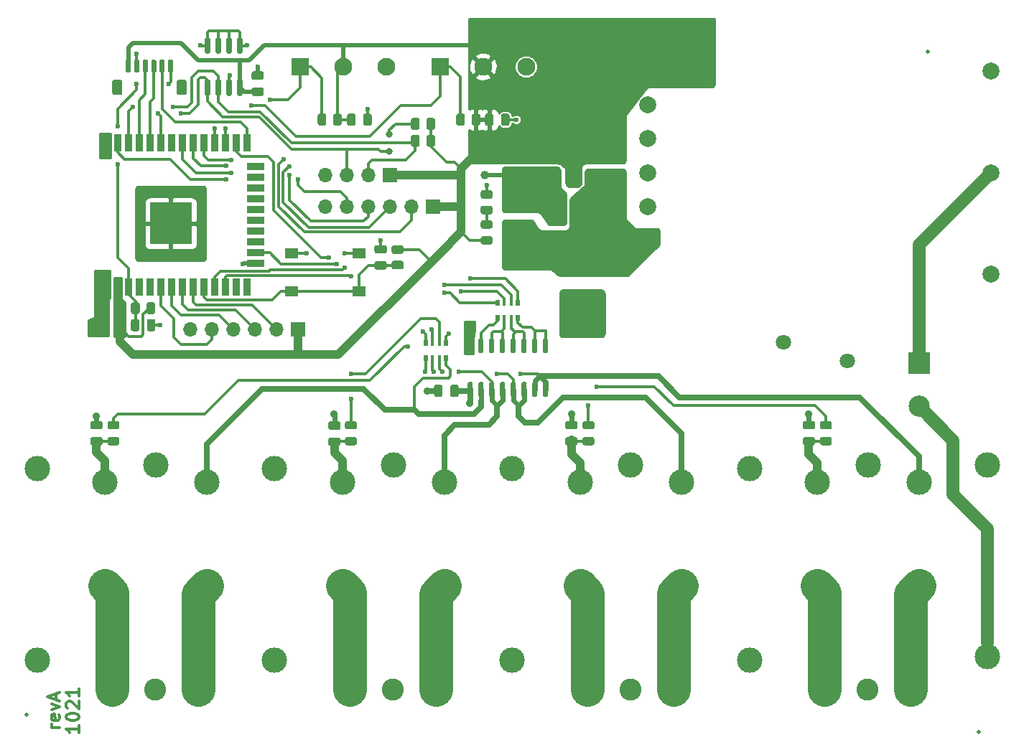
<source format=gbr>
G04 #@! TF.GenerationSoftware,KiCad,Pcbnew,(5.1.9)-1*
G04 #@! TF.CreationDate,2021-03-08T14:29:57+02:00*
G04 #@! TF.ProjectId,Voltlog ESP32 Relay Controller,566f6c74-6c6f-4672-9045-535033322052,rev?*
G04 #@! TF.SameCoordinates,Original*
G04 #@! TF.FileFunction,Copper,L1,Top*
G04 #@! TF.FilePolarity,Positive*
%FSLAX46Y46*%
G04 Gerber Fmt 4.6, Leading zero omitted, Abs format (unit mm)*
G04 Created by KiCad (PCBNEW (5.1.9)-1) date 2021-03-08 14:29:57*
%MOMM*%
%LPD*%
G01*
G04 APERTURE LIST*
G04 #@! TA.AperFunction,NonConductor*
%ADD10C,0.300000*%
G04 #@! TD*
G04 #@! TA.AperFunction,ComponentPad*
%ADD11C,1.800000*%
G04 #@! TD*
G04 #@! TA.AperFunction,SMDPad,CuDef*
%ADD12C,1.000000*%
G04 #@! TD*
G04 #@! TA.AperFunction,ComponentPad*
%ADD13C,2.000000*%
G04 #@! TD*
G04 #@! TA.AperFunction,SMDPad,CuDef*
%ADD14R,0.500000X0.800000*%
G04 #@! TD*
G04 #@! TA.AperFunction,SMDPad,CuDef*
%ADD15R,0.400000X0.800000*%
G04 #@! TD*
G04 #@! TA.AperFunction,ComponentPad*
%ADD16C,2.500000*%
G04 #@! TD*
G04 #@! TA.AperFunction,ComponentPad*
%ADD17R,2.500000X2.500000*%
G04 #@! TD*
G04 #@! TA.AperFunction,ComponentPad*
%ADD18C,3.000000*%
G04 #@! TD*
G04 #@! TA.AperFunction,SMDPad,CuDef*
%ADD19R,1.500000X2.000000*%
G04 #@! TD*
G04 #@! TA.AperFunction,SMDPad,CuDef*
%ADD20R,3.800000X2.000000*%
G04 #@! TD*
G04 #@! TA.AperFunction,SMDPad,CuDef*
%ADD21R,0.900000X2.000000*%
G04 #@! TD*
G04 #@! TA.AperFunction,SMDPad,CuDef*
%ADD22R,2.000000X0.900000*%
G04 #@! TD*
G04 #@! TA.AperFunction,SMDPad,CuDef*
%ADD23R,5.000000X5.000000*%
G04 #@! TD*
G04 #@! TA.AperFunction,SMDPad,CuDef*
%ADD24R,1.550000X1.300000*%
G04 #@! TD*
G04 #@! TA.AperFunction,ComponentPad*
%ADD25C,2.600000*%
G04 #@! TD*
G04 #@! TA.AperFunction,ComponentPad*
%ADD26R,2.600000X2.600000*%
G04 #@! TD*
G04 #@! TA.AperFunction,ComponentPad*
%ADD27O,1.700000X1.700000*%
G04 #@! TD*
G04 #@! TA.AperFunction,ComponentPad*
%ADD28R,1.700000X1.700000*%
G04 #@! TD*
G04 #@! TA.AperFunction,ComponentPad*
%ADD29C,2.100000*%
G04 #@! TD*
G04 #@! TA.AperFunction,ComponentPad*
%ADD30R,2.100000X2.100000*%
G04 #@! TD*
G04 #@! TA.AperFunction,SMDPad,CuDef*
%ADD31C,0.500000*%
G04 #@! TD*
G04 #@! TA.AperFunction,SMDPad,CuDef*
%ADD32R,2.300000X2.500000*%
G04 #@! TD*
G04 #@! TA.AperFunction,ViaPad*
%ADD33C,0.900000*%
G04 #@! TD*
G04 #@! TA.AperFunction,ViaPad*
%ADD34C,0.600000*%
G04 #@! TD*
G04 #@! TA.AperFunction,ViaPad*
%ADD35C,0.800000*%
G04 #@! TD*
G04 #@! TA.AperFunction,Conductor*
%ADD36C,0.600000*%
G04 #@! TD*
G04 #@! TA.AperFunction,Conductor*
%ADD37C,0.700000*%
G04 #@! TD*
G04 #@! TA.AperFunction,Conductor*
%ADD38C,0.300000*%
G04 #@! TD*
G04 #@! TA.AperFunction,Conductor*
%ADD39C,0.500000*%
G04 #@! TD*
G04 #@! TA.AperFunction,Conductor*
%ADD40C,1.000000*%
G04 #@! TD*
G04 #@! TA.AperFunction,Conductor*
%ADD41C,1.500000*%
G04 #@! TD*
G04 #@! TA.AperFunction,Conductor*
%ADD42C,4.000000*%
G04 #@! TD*
G04 #@! TA.AperFunction,Conductor*
%ADD43C,0.254000*%
G04 #@! TD*
G04 #@! TA.AperFunction,Conductor*
%ADD44C,0.100000*%
G04 #@! TD*
G04 APERTURE END LIST*
D10*
X48928571Y-142714285D02*
X48928571Y-143571428D01*
X48928571Y-143142857D02*
X47428571Y-143142857D01*
X47642857Y-143285714D01*
X47785714Y-143428571D01*
X47857142Y-143571428D01*
X47428571Y-141785714D02*
X47428571Y-141642857D01*
X47500000Y-141500000D01*
X47571428Y-141428571D01*
X47714285Y-141357142D01*
X48000000Y-141285714D01*
X48357142Y-141285714D01*
X48642857Y-141357142D01*
X48785714Y-141428571D01*
X48857142Y-141500000D01*
X48928571Y-141642857D01*
X48928571Y-141785714D01*
X48857142Y-141928571D01*
X48785714Y-142000000D01*
X48642857Y-142071428D01*
X48357142Y-142142857D01*
X48000000Y-142142857D01*
X47714285Y-142071428D01*
X47571428Y-142000000D01*
X47500000Y-141928571D01*
X47428571Y-141785714D01*
X47571428Y-140714285D02*
X47500000Y-140642857D01*
X47428571Y-140500000D01*
X47428571Y-140142857D01*
X47500000Y-140000000D01*
X47571428Y-139928571D01*
X47714285Y-139857142D01*
X47857142Y-139857142D01*
X48071428Y-139928571D01*
X48928571Y-140785714D01*
X48928571Y-139857142D01*
X48928571Y-138428571D02*
X48928571Y-139285714D01*
X48928571Y-138857142D02*
X47428571Y-138857142D01*
X47642857Y-139000000D01*
X47785714Y-139142857D01*
X47857142Y-139285714D01*
X46678571Y-142964285D02*
X45678571Y-142964285D01*
X45964285Y-142964285D02*
X45821428Y-142892857D01*
X45750000Y-142821428D01*
X45678571Y-142678571D01*
X45678571Y-142535714D01*
X46607142Y-141464285D02*
X46678571Y-141607142D01*
X46678571Y-141892857D01*
X46607142Y-142035714D01*
X46464285Y-142107142D01*
X45892857Y-142107142D01*
X45750000Y-142035714D01*
X45678571Y-141892857D01*
X45678571Y-141607142D01*
X45750000Y-141464285D01*
X45892857Y-141392857D01*
X46035714Y-141392857D01*
X46178571Y-142107142D01*
X45678571Y-140892857D02*
X46678571Y-140535714D01*
X45678571Y-140178571D01*
X46250000Y-139678571D02*
X46250000Y-138964285D01*
X46678571Y-139821428D02*
X45178571Y-139321428D01*
X46678571Y-138821428D01*
D11*
G04 #@! TO.P,RV1,2*
G04 #@! TO.N,/N*
X139500000Y-99700000D03*
G04 #@! TO.P,RV1,1*
G04 #@! TO.N,/L_FUSED*
X132000000Y-97500000D03*
G04 #@! TD*
D12*
G04 #@! TO.P,TP4,1*
G04 #@! TO.N,+3V3*
X96750000Y-75250000D03*
G04 #@! TD*
G04 #@! TO.P,TP3,1*
G04 #@! TO.N,GND*
X96750000Y-77750000D03*
G04 #@! TD*
G04 #@! TO.P,TP2,1*
G04 #@! TO.N,+5V*
X100000000Y-88000000D03*
G04 #@! TD*
G04 #@! TO.P,C1,2*
G04 #@! TO.N,GND*
G04 #@! TA.AperFunction,SMDPad,CuDef*
G36*
G01*
X52300000Y-93025000D02*
X52300000Y-93975000D01*
G75*
G02*
X52050000Y-94225000I-250000J0D01*
G01*
X51550000Y-94225000D01*
G75*
G02*
X51300000Y-93975000I0J250000D01*
G01*
X51300000Y-93025000D01*
G75*
G02*
X51550000Y-92775000I250000J0D01*
G01*
X52050000Y-92775000D01*
G75*
G02*
X52300000Y-93025000I0J-250000D01*
G01*
G37*
G04 #@! TD.AperFunction*
G04 #@! TO.P,C1,1*
G04 #@! TO.N,+3V3*
G04 #@! TA.AperFunction,SMDPad,CuDef*
G36*
G01*
X54200000Y-93025000D02*
X54200000Y-93975000D01*
G75*
G02*
X53950000Y-94225000I-250000J0D01*
G01*
X53450000Y-94225000D01*
G75*
G02*
X53200000Y-93975000I0J250000D01*
G01*
X53200000Y-93025000D01*
G75*
G02*
X53450000Y-92775000I250000J0D01*
G01*
X53950000Y-92775000D01*
G75*
G02*
X54200000Y-93025000I0J-250000D01*
G01*
G37*
G04 #@! TD.AperFunction*
G04 #@! TD*
G04 #@! TO.P,U3,8*
G04 #@! TO.N,+3V3*
G04 #@! TA.AperFunction,SMDPad,CuDef*
G36*
G01*
X67755000Y-66500000D02*
X68055000Y-66500000D01*
G75*
G02*
X68205000Y-66650000I0J-150000D01*
G01*
X68205000Y-68300000D01*
G75*
G02*
X68055000Y-68450000I-150000J0D01*
G01*
X67755000Y-68450000D01*
G75*
G02*
X67605000Y-68300000I0J150000D01*
G01*
X67605000Y-66650000D01*
G75*
G02*
X67755000Y-66500000I150000J0D01*
G01*
G37*
G04 #@! TD.AperFunction*
G04 #@! TO.P,U3,7*
G04 #@! TO.N,GND*
G04 #@! TA.AperFunction,SMDPad,CuDef*
G36*
G01*
X66485000Y-66500000D02*
X66785000Y-66500000D01*
G75*
G02*
X66935000Y-66650000I0J-150000D01*
G01*
X66935000Y-68300000D01*
G75*
G02*
X66785000Y-68450000I-150000J0D01*
G01*
X66485000Y-68450000D01*
G75*
G02*
X66335000Y-68300000I0J150000D01*
G01*
X66335000Y-66650000D01*
G75*
G02*
X66485000Y-66500000I150000J0D01*
G01*
G37*
G04 #@! TD.AperFunction*
G04 #@! TO.P,U3,6*
G04 #@! TO.N,/SCL*
G04 #@! TA.AperFunction,SMDPad,CuDef*
G36*
G01*
X65215000Y-66500000D02*
X65515000Y-66500000D01*
G75*
G02*
X65665000Y-66650000I0J-150000D01*
G01*
X65665000Y-68300000D01*
G75*
G02*
X65515000Y-68450000I-150000J0D01*
G01*
X65215000Y-68450000D01*
G75*
G02*
X65065000Y-68300000I0J150000D01*
G01*
X65065000Y-66650000D01*
G75*
G02*
X65215000Y-66500000I150000J0D01*
G01*
G37*
G04 #@! TD.AperFunction*
G04 #@! TO.P,U3,5*
G04 #@! TO.N,/SDA*
G04 #@! TA.AperFunction,SMDPad,CuDef*
G36*
G01*
X63945000Y-66500000D02*
X64245000Y-66500000D01*
G75*
G02*
X64395000Y-66650000I0J-150000D01*
G01*
X64395000Y-68300000D01*
G75*
G02*
X64245000Y-68450000I-150000J0D01*
G01*
X63945000Y-68450000D01*
G75*
G02*
X63795000Y-68300000I0J150000D01*
G01*
X63795000Y-66650000D01*
G75*
G02*
X63945000Y-66500000I150000J0D01*
G01*
G37*
G04 #@! TD.AperFunction*
G04 #@! TO.P,U3,4*
G04 #@! TO.N,GND*
G04 #@! TA.AperFunction,SMDPad,CuDef*
G36*
G01*
X63945000Y-61550000D02*
X64245000Y-61550000D01*
G75*
G02*
X64395000Y-61700000I0J-150000D01*
G01*
X64395000Y-63350000D01*
G75*
G02*
X64245000Y-63500000I-150000J0D01*
G01*
X63945000Y-63500000D01*
G75*
G02*
X63795000Y-63350000I0J150000D01*
G01*
X63795000Y-61700000D01*
G75*
G02*
X63945000Y-61550000I150000J0D01*
G01*
G37*
G04 #@! TD.AperFunction*
G04 #@! TO.P,U3,3*
G04 #@! TA.AperFunction,SMDPad,CuDef*
G36*
G01*
X65215000Y-61550000D02*
X65515000Y-61550000D01*
G75*
G02*
X65665000Y-61700000I0J-150000D01*
G01*
X65665000Y-63350000D01*
G75*
G02*
X65515000Y-63500000I-150000J0D01*
G01*
X65215000Y-63500000D01*
G75*
G02*
X65065000Y-63350000I0J150000D01*
G01*
X65065000Y-61700000D01*
G75*
G02*
X65215000Y-61550000I150000J0D01*
G01*
G37*
G04 #@! TD.AperFunction*
G04 #@! TO.P,U3,2*
G04 #@! TA.AperFunction,SMDPad,CuDef*
G36*
G01*
X66485000Y-61550000D02*
X66785000Y-61550000D01*
G75*
G02*
X66935000Y-61700000I0J-150000D01*
G01*
X66935000Y-63350000D01*
G75*
G02*
X66785000Y-63500000I-150000J0D01*
G01*
X66485000Y-63500000D01*
G75*
G02*
X66335000Y-63350000I0J150000D01*
G01*
X66335000Y-61700000D01*
G75*
G02*
X66485000Y-61550000I150000J0D01*
G01*
G37*
G04 #@! TD.AperFunction*
G04 #@! TO.P,U3,1*
G04 #@! TA.AperFunction,SMDPad,CuDef*
G36*
G01*
X67755000Y-61550000D02*
X68055000Y-61550000D01*
G75*
G02*
X68205000Y-61700000I0J-150000D01*
G01*
X68205000Y-63350000D01*
G75*
G02*
X68055000Y-63500000I-150000J0D01*
G01*
X67755000Y-63500000D01*
G75*
G02*
X67605000Y-63350000I0J150000D01*
G01*
X67605000Y-61700000D01*
G75*
G02*
X67755000Y-61550000I150000J0D01*
G01*
G37*
G04 #@! TD.AperFunction*
G04 #@! TD*
G04 #@! TO.P,C17,2*
G04 #@! TO.N,GND*
G04 #@! TA.AperFunction,SMDPad,CuDef*
G36*
G01*
X70475000Y-66550000D02*
X69525000Y-66550000D01*
G75*
G02*
X69275000Y-66300000I0J250000D01*
G01*
X69275000Y-65800000D01*
G75*
G02*
X69525000Y-65550000I250000J0D01*
G01*
X70475000Y-65550000D01*
G75*
G02*
X70725000Y-65800000I0J-250000D01*
G01*
X70725000Y-66300000D01*
G75*
G02*
X70475000Y-66550000I-250000J0D01*
G01*
G37*
G04 #@! TD.AperFunction*
G04 #@! TO.P,C17,1*
G04 #@! TO.N,+3V3*
G04 #@! TA.AperFunction,SMDPad,CuDef*
G36*
G01*
X70475000Y-68450000D02*
X69525000Y-68450000D01*
G75*
G02*
X69275000Y-68200000I0J250000D01*
G01*
X69275000Y-67700000D01*
G75*
G02*
X69525000Y-67450000I250000J0D01*
G01*
X70475000Y-67450000D01*
G75*
G02*
X70725000Y-67700000I0J-250000D01*
G01*
X70725000Y-68200000D01*
G75*
G02*
X70475000Y-68450000I-250000J0D01*
G01*
G37*
G04 #@! TD.AperFunction*
G04 #@! TD*
D13*
G04 #@! TO.P,PS1,6*
G04 #@! TO.N,N/C*
X116000000Y-77500000D03*
G04 #@! TO.P,PS1,5*
X116000000Y-73500000D03*
G04 #@! TO.P,PS1,7*
X116000000Y-81500000D03*
G04 #@! TO.P,PS1,4*
G04 #@! TO.N,GND*
X116000000Y-69500000D03*
G04 #@! TO.P,PS1,8*
G04 #@! TO.N,+5V*
X116000000Y-85500000D03*
G04 #@! TO.P,PS1,3*
G04 #@! TO.N,Net-(PS1-Pad3)*
X156500000Y-65500000D03*
G04 #@! TO.P,PS1,2*
G04 #@! TO.N,/N*
X156500000Y-77500000D03*
G04 #@! TO.P,PS1,1*
G04 #@! TO.N,/L_FUSED*
X156500000Y-89500000D03*
G04 #@! TD*
D14*
G04 #@! TO.P,RN3,5*
G04 #@! TO.N,Net-(D6-Pad1)*
X92200000Y-97600000D03*
D15*
G04 #@! TO.P,RN3,6*
G04 #@! TO.N,Net-(D5-Pad1)*
X91400000Y-97600000D03*
D14*
G04 #@! TO.P,RN3,8*
G04 #@! TO.N,Net-(D3-Pad1)*
X89800000Y-97600000D03*
D15*
G04 #@! TO.P,RN3,7*
G04 #@! TO.N,Net-(D4-Pad1)*
X90600000Y-97600000D03*
D14*
G04 #@! TO.P,RN3,4*
G04 #@! TO.N,/Relay/O4*
X92200000Y-99400000D03*
D15*
G04 #@! TO.P,RN3,2*
G04 #@! TO.N,/Relay/O2*
X90600000Y-99400000D03*
G04 #@! TO.P,RN3,3*
G04 #@! TO.N,/Relay/O3*
X91400000Y-99400000D03*
D14*
G04 #@! TO.P,RN3,1*
G04 #@! TO.N,/Relay/O1*
X89800000Y-99400000D03*
G04 #@! TD*
G04 #@! TO.P,RN1,5*
G04 #@! TO.N,/Relay/I4*
X98300000Y-94650000D03*
D15*
G04 #@! TO.P,RN1,6*
G04 #@! TO.N,/Relay/I3*
X99100000Y-94650000D03*
D14*
G04 #@! TO.P,RN1,8*
G04 #@! TO.N,/Relay/I1*
X100700000Y-94650000D03*
D15*
G04 #@! TO.P,RN1,7*
G04 #@! TO.N,/Relay/I2*
X99900000Y-94650000D03*
D14*
G04 #@! TO.P,RN1,4*
G04 #@! TO.N,/IO13*
X98300000Y-92850000D03*
D15*
G04 #@! TO.P,RN1,2*
G04 #@! TO.N,/IO27*
X99900000Y-92850000D03*
G04 #@! TO.P,RN1,3*
G04 #@! TO.N,/IO26*
X99100000Y-92850000D03*
D14*
G04 #@! TO.P,RN1,1*
G04 #@! TO.N,/IO4*
X100700000Y-92850000D03*
G04 #@! TD*
D16*
G04 #@! TO.P,J1,2*
G04 #@! TO.N,Net-(F1-Pad2)*
X148000000Y-105080000D03*
D17*
G04 #@! TO.P,J1,1*
G04 #@! TO.N,/N*
X148000000Y-100000000D03*
G04 #@! TD*
D18*
G04 #@! TO.P,K4,11*
G04 #@! TO.N,Net-(F5-Pad2)*
X58000000Y-112000000D03*
G04 #@! TO.P,K4,A2*
G04 #@! TO.N,/Relay/O4*
X64000000Y-114000000D03*
G04 #@! TO.P,K4,12*
G04 #@! TO.N,Net-(J11-Pad1)*
X64000000Y-126200000D03*
G04 #@! TO.P,K4,14*
G04 #@! TO.N,Net-(J11-Pad3)*
X52000000Y-126200000D03*
G04 #@! TO.P,K4,A1*
G04 #@! TO.N,+5V*
X52000000Y-114000000D03*
G04 #@! TD*
G04 #@! TO.P,K3,11*
G04 #@! TO.N,Net-(F4-Pad2)*
X86000000Y-112000000D03*
G04 #@! TO.P,K3,A2*
G04 #@! TO.N,/Relay/O3*
X92000000Y-114000000D03*
G04 #@! TO.P,K3,12*
G04 #@! TO.N,Net-(J10-Pad1)*
X92000000Y-126200000D03*
G04 #@! TO.P,K3,14*
G04 #@! TO.N,Net-(J10-Pad3)*
X80000000Y-126200000D03*
G04 #@! TO.P,K3,A1*
G04 #@! TO.N,+5V*
X80000000Y-114000000D03*
G04 #@! TD*
G04 #@! TO.P,K2,11*
G04 #@! TO.N,Net-(F3-Pad2)*
X114000000Y-112000000D03*
G04 #@! TO.P,K2,A2*
G04 #@! TO.N,/Relay/O2*
X120000000Y-114000000D03*
G04 #@! TO.P,K2,12*
G04 #@! TO.N,Net-(J9-Pad1)*
X120000000Y-126200000D03*
G04 #@! TO.P,K2,14*
G04 #@! TO.N,Net-(J9-Pad3)*
X108000000Y-126200000D03*
G04 #@! TO.P,K2,A1*
G04 #@! TO.N,+5V*
X108000000Y-114000000D03*
G04 #@! TD*
G04 #@! TO.P,K1,11*
G04 #@! TO.N,Net-(F2-Pad2)*
X142000000Y-112000000D03*
G04 #@! TO.P,K1,A2*
G04 #@! TO.N,/Relay/O1*
X148000000Y-114000000D03*
G04 #@! TO.P,K1,12*
G04 #@! TO.N,Net-(J8-Pad1)*
X148000000Y-126200000D03*
G04 #@! TO.P,K1,14*
G04 #@! TO.N,Net-(J8-Pad3)*
X136000000Y-126200000D03*
G04 #@! TO.P,K1,A1*
G04 #@! TO.N,+5V*
X136000000Y-114000000D03*
G04 #@! TD*
G04 #@! TO.P,U4,16*
G04 #@! TO.N,/Relay/O1*
G04 #@! TA.AperFunction,SMDPad,CuDef*
G36*
G01*
X103795000Y-102200000D02*
X104095000Y-102200000D01*
G75*
G02*
X104245000Y-102350000I0J-150000D01*
G01*
X104245000Y-103800000D01*
G75*
G02*
X104095000Y-103950000I-150000J0D01*
G01*
X103795000Y-103950000D01*
G75*
G02*
X103645000Y-103800000I0J150000D01*
G01*
X103645000Y-102350000D01*
G75*
G02*
X103795000Y-102200000I150000J0D01*
G01*
G37*
G04 #@! TD.AperFunction*
G04 #@! TO.P,U4,15*
G04 #@! TA.AperFunction,SMDPad,CuDef*
G36*
G01*
X102525000Y-102200000D02*
X102825000Y-102200000D01*
G75*
G02*
X102975000Y-102350000I0J-150000D01*
G01*
X102975000Y-103800000D01*
G75*
G02*
X102825000Y-103950000I-150000J0D01*
G01*
X102525000Y-103950000D01*
G75*
G02*
X102375000Y-103800000I0J150000D01*
G01*
X102375000Y-102350000D01*
G75*
G02*
X102525000Y-102200000I150000J0D01*
G01*
G37*
G04 #@! TD.AperFunction*
G04 #@! TO.P,U4,14*
G04 #@! TO.N,/Relay/O2*
G04 #@! TA.AperFunction,SMDPad,CuDef*
G36*
G01*
X101255000Y-102200000D02*
X101555000Y-102200000D01*
G75*
G02*
X101705000Y-102350000I0J-150000D01*
G01*
X101705000Y-103800000D01*
G75*
G02*
X101555000Y-103950000I-150000J0D01*
G01*
X101255000Y-103950000D01*
G75*
G02*
X101105000Y-103800000I0J150000D01*
G01*
X101105000Y-102350000D01*
G75*
G02*
X101255000Y-102200000I150000J0D01*
G01*
G37*
G04 #@! TD.AperFunction*
G04 #@! TO.P,U4,13*
G04 #@! TA.AperFunction,SMDPad,CuDef*
G36*
G01*
X99985000Y-102200000D02*
X100285000Y-102200000D01*
G75*
G02*
X100435000Y-102350000I0J-150000D01*
G01*
X100435000Y-103800000D01*
G75*
G02*
X100285000Y-103950000I-150000J0D01*
G01*
X99985000Y-103950000D01*
G75*
G02*
X99835000Y-103800000I0J150000D01*
G01*
X99835000Y-102350000D01*
G75*
G02*
X99985000Y-102200000I150000J0D01*
G01*
G37*
G04 #@! TD.AperFunction*
G04 #@! TO.P,U4,12*
G04 #@! TO.N,/Relay/O3*
G04 #@! TA.AperFunction,SMDPad,CuDef*
G36*
G01*
X98715000Y-102200000D02*
X99015000Y-102200000D01*
G75*
G02*
X99165000Y-102350000I0J-150000D01*
G01*
X99165000Y-103800000D01*
G75*
G02*
X99015000Y-103950000I-150000J0D01*
G01*
X98715000Y-103950000D01*
G75*
G02*
X98565000Y-103800000I0J150000D01*
G01*
X98565000Y-102350000D01*
G75*
G02*
X98715000Y-102200000I150000J0D01*
G01*
G37*
G04 #@! TD.AperFunction*
G04 #@! TO.P,U4,11*
G04 #@! TA.AperFunction,SMDPad,CuDef*
G36*
G01*
X97445000Y-102200000D02*
X97745000Y-102200000D01*
G75*
G02*
X97895000Y-102350000I0J-150000D01*
G01*
X97895000Y-103800000D01*
G75*
G02*
X97745000Y-103950000I-150000J0D01*
G01*
X97445000Y-103950000D01*
G75*
G02*
X97295000Y-103800000I0J150000D01*
G01*
X97295000Y-102350000D01*
G75*
G02*
X97445000Y-102200000I150000J0D01*
G01*
G37*
G04 #@! TD.AperFunction*
G04 #@! TO.P,U4,10*
G04 #@! TO.N,/Relay/O4*
G04 #@! TA.AperFunction,SMDPad,CuDef*
G36*
G01*
X96175000Y-102200000D02*
X96475000Y-102200000D01*
G75*
G02*
X96625000Y-102350000I0J-150000D01*
G01*
X96625000Y-103800000D01*
G75*
G02*
X96475000Y-103950000I-150000J0D01*
G01*
X96175000Y-103950000D01*
G75*
G02*
X96025000Y-103800000I0J150000D01*
G01*
X96025000Y-102350000D01*
G75*
G02*
X96175000Y-102200000I150000J0D01*
G01*
G37*
G04 #@! TD.AperFunction*
G04 #@! TO.P,U4,9*
G04 #@! TO.N,+5V*
G04 #@! TA.AperFunction,SMDPad,CuDef*
G36*
G01*
X94905000Y-102200000D02*
X95205000Y-102200000D01*
G75*
G02*
X95355000Y-102350000I0J-150000D01*
G01*
X95355000Y-103800000D01*
G75*
G02*
X95205000Y-103950000I-150000J0D01*
G01*
X94905000Y-103950000D01*
G75*
G02*
X94755000Y-103800000I0J150000D01*
G01*
X94755000Y-102350000D01*
G75*
G02*
X94905000Y-102200000I150000J0D01*
G01*
G37*
G04 #@! TD.AperFunction*
G04 #@! TO.P,U4,8*
G04 #@! TO.N,GND*
G04 #@! TA.AperFunction,SMDPad,CuDef*
G36*
G01*
X94905000Y-97050000D02*
X95205000Y-97050000D01*
G75*
G02*
X95355000Y-97200000I0J-150000D01*
G01*
X95355000Y-98650000D01*
G75*
G02*
X95205000Y-98800000I-150000J0D01*
G01*
X94905000Y-98800000D01*
G75*
G02*
X94755000Y-98650000I0J150000D01*
G01*
X94755000Y-97200000D01*
G75*
G02*
X94905000Y-97050000I150000J0D01*
G01*
G37*
G04 #@! TD.AperFunction*
G04 #@! TO.P,U4,7*
G04 #@! TO.N,/Relay/I4*
G04 #@! TA.AperFunction,SMDPad,CuDef*
G36*
G01*
X96175000Y-97050000D02*
X96475000Y-97050000D01*
G75*
G02*
X96625000Y-97200000I0J-150000D01*
G01*
X96625000Y-98650000D01*
G75*
G02*
X96475000Y-98800000I-150000J0D01*
G01*
X96175000Y-98800000D01*
G75*
G02*
X96025000Y-98650000I0J150000D01*
G01*
X96025000Y-97200000D01*
G75*
G02*
X96175000Y-97050000I150000J0D01*
G01*
G37*
G04 #@! TD.AperFunction*
G04 #@! TO.P,U4,6*
G04 #@! TO.N,/Relay/I3*
G04 #@! TA.AperFunction,SMDPad,CuDef*
G36*
G01*
X97445000Y-97050000D02*
X97745000Y-97050000D01*
G75*
G02*
X97895000Y-97200000I0J-150000D01*
G01*
X97895000Y-98650000D01*
G75*
G02*
X97745000Y-98800000I-150000J0D01*
G01*
X97445000Y-98800000D01*
G75*
G02*
X97295000Y-98650000I0J150000D01*
G01*
X97295000Y-97200000D01*
G75*
G02*
X97445000Y-97050000I150000J0D01*
G01*
G37*
G04 #@! TD.AperFunction*
G04 #@! TO.P,U4,5*
G04 #@! TA.AperFunction,SMDPad,CuDef*
G36*
G01*
X98715000Y-97050000D02*
X99015000Y-97050000D01*
G75*
G02*
X99165000Y-97200000I0J-150000D01*
G01*
X99165000Y-98650000D01*
G75*
G02*
X99015000Y-98800000I-150000J0D01*
G01*
X98715000Y-98800000D01*
G75*
G02*
X98565000Y-98650000I0J150000D01*
G01*
X98565000Y-97200000D01*
G75*
G02*
X98715000Y-97050000I150000J0D01*
G01*
G37*
G04 #@! TD.AperFunction*
G04 #@! TO.P,U4,4*
G04 #@! TO.N,/Relay/I2*
G04 #@! TA.AperFunction,SMDPad,CuDef*
G36*
G01*
X99985000Y-97050000D02*
X100285000Y-97050000D01*
G75*
G02*
X100435000Y-97200000I0J-150000D01*
G01*
X100435000Y-98650000D01*
G75*
G02*
X100285000Y-98800000I-150000J0D01*
G01*
X99985000Y-98800000D01*
G75*
G02*
X99835000Y-98650000I0J150000D01*
G01*
X99835000Y-97200000D01*
G75*
G02*
X99985000Y-97050000I150000J0D01*
G01*
G37*
G04 #@! TD.AperFunction*
G04 #@! TO.P,U4,3*
G04 #@! TA.AperFunction,SMDPad,CuDef*
G36*
G01*
X101255000Y-97050000D02*
X101555000Y-97050000D01*
G75*
G02*
X101705000Y-97200000I0J-150000D01*
G01*
X101705000Y-98650000D01*
G75*
G02*
X101555000Y-98800000I-150000J0D01*
G01*
X101255000Y-98800000D01*
G75*
G02*
X101105000Y-98650000I0J150000D01*
G01*
X101105000Y-97200000D01*
G75*
G02*
X101255000Y-97050000I150000J0D01*
G01*
G37*
G04 #@! TD.AperFunction*
G04 #@! TO.P,U4,2*
G04 #@! TO.N,/Relay/I1*
G04 #@! TA.AperFunction,SMDPad,CuDef*
G36*
G01*
X102525000Y-97050000D02*
X102825000Y-97050000D01*
G75*
G02*
X102975000Y-97200000I0J-150000D01*
G01*
X102975000Y-98650000D01*
G75*
G02*
X102825000Y-98800000I-150000J0D01*
G01*
X102525000Y-98800000D01*
G75*
G02*
X102375000Y-98650000I0J150000D01*
G01*
X102375000Y-97200000D01*
G75*
G02*
X102525000Y-97050000I150000J0D01*
G01*
G37*
G04 #@! TD.AperFunction*
G04 #@! TO.P,U4,1*
G04 #@! TA.AperFunction,SMDPad,CuDef*
G36*
G01*
X103795000Y-97050000D02*
X104095000Y-97050000D01*
G75*
G02*
X104245000Y-97200000I0J-150000D01*
G01*
X104245000Y-98650000D01*
G75*
G02*
X104095000Y-98800000I-150000J0D01*
G01*
X103795000Y-98800000D01*
G75*
G02*
X103645000Y-98650000I0J150000D01*
G01*
X103645000Y-97200000D01*
G75*
G02*
X103795000Y-97050000I150000J0D01*
G01*
G37*
G04 #@! TD.AperFunction*
G04 #@! TD*
D19*
G04 #@! TO.P,U2,1*
G04 #@! TO.N,GND*
X104950000Y-78150000D03*
G04 #@! TO.P,U2,3*
G04 #@! TO.N,+5V*
X109550000Y-78150000D03*
G04 #@! TO.P,U2,2*
G04 #@! TO.N,+3V3*
X107250000Y-78150000D03*
D20*
X107250000Y-71850000D03*
G04 #@! TD*
D21*
G04 #@! TO.P,U1,38*
G04 #@! TO.N,GND*
X52245000Y-74000000D03*
G04 #@! TO.P,U1,37*
G04 #@! TO.N,/IO23*
X53515000Y-74000000D03*
G04 #@! TO.P,U1,36*
G04 #@! TO.N,/SCL*
X54785000Y-74000000D03*
G04 #@! TO.P,U1,35*
G04 #@! TO.N,/TX*
X56055000Y-74000000D03*
G04 #@! TO.P,U1,34*
G04 #@! TO.N,/RX*
X57325000Y-74000000D03*
G04 #@! TO.P,U1,33*
G04 #@! TO.N,/SDA*
X58595000Y-74000000D03*
G04 #@! TO.P,U1,32*
G04 #@! TO.N,Net-(U1-Pad32)*
X59865000Y-74000000D03*
G04 #@! TO.P,U1,31*
G04 #@! TO.N,/IO19*
X61135000Y-74000000D03*
G04 #@! TO.P,U1,30*
G04 #@! TO.N,/IO18*
X62405000Y-74000000D03*
G04 #@! TO.P,U1,29*
G04 #@! TO.N,/IO5*
X63675000Y-74000000D03*
G04 #@! TO.P,U1,28*
G04 #@! TO.N,/IO17*
X64945000Y-74000000D03*
G04 #@! TO.P,U1,27*
G04 #@! TO.N,/IO16*
X66215000Y-74000000D03*
G04 #@! TO.P,U1,26*
G04 #@! TO.N,/IO4*
X67485000Y-74000000D03*
G04 #@! TO.P,U1,25*
G04 #@! TO.N,/IO0*
X68755000Y-74000000D03*
D22*
G04 #@! TO.P,U1,24*
G04 #@! TO.N,/IO2*
X69755000Y-76785000D03*
G04 #@! TO.P,U1,23*
G04 #@! TO.N,Net-(U1-Pad23)*
X69755000Y-78055000D03*
G04 #@! TO.P,U1,22*
G04 #@! TO.N,Net-(U1-Pad22)*
X69755000Y-79325000D03*
G04 #@! TO.P,U1,21*
G04 #@! TO.N,Net-(U1-Pad21)*
X69755000Y-80595000D03*
G04 #@! TO.P,U1,20*
G04 #@! TO.N,Net-(U1-Pad20)*
X69755000Y-81865000D03*
G04 #@! TO.P,U1,19*
G04 #@! TO.N,Net-(U1-Pad19)*
X69755000Y-83135000D03*
G04 #@! TO.P,U1,18*
G04 #@! TO.N,Net-(U1-Pad18)*
X69755000Y-84405000D03*
G04 #@! TO.P,U1,17*
G04 #@! TO.N,Net-(U1-Pad17)*
X69755000Y-85675000D03*
G04 #@! TO.P,U1,16*
G04 #@! TO.N,/IO13*
X69755000Y-86945000D03*
G04 #@! TO.P,U1,15*
G04 #@! TO.N,GND*
X69755000Y-88215000D03*
D21*
G04 #@! TO.P,U1,14*
G04 #@! TO.N,Net-(U1-Pad14)*
X68755000Y-91000000D03*
G04 #@! TO.P,U1,13*
G04 #@! TO.N,Net-(U1-Pad13)*
X67485000Y-91000000D03*
G04 #@! TO.P,U1,12*
G04 #@! TO.N,/IO27*
X66215000Y-91000000D03*
G04 #@! TO.P,U1,11*
G04 #@! TO.N,/IO26*
X64945000Y-91000000D03*
G04 #@! TO.P,U1,10*
G04 #@! TO.N,/IO25*
X63675000Y-91000000D03*
G04 #@! TO.P,U1,9*
G04 #@! TO.N,/ADC1_CH5*
X62405000Y-91000000D03*
G04 #@! TO.P,U1,8*
G04 #@! TO.N,/ADC1_CH4*
X61135000Y-91000000D03*
G04 #@! TO.P,U1,7*
G04 #@! TO.N,/ADC1_CH7*
X59865000Y-91000000D03*
G04 #@! TO.P,U1,6*
G04 #@! TO.N,/ADC1_CH6*
X58595000Y-91000000D03*
G04 #@! TO.P,U1,5*
G04 #@! TO.N,Net-(U1-Pad5)*
X57325000Y-91000000D03*
G04 #@! TO.P,U1,4*
G04 #@! TO.N,Net-(U1-Pad4)*
X56055000Y-91000000D03*
G04 #@! TO.P,U1,3*
G04 #@! TO.N,/EN*
X54785000Y-91000000D03*
G04 #@! TO.P,U1,2*
G04 #@! TO.N,+3V3*
X53515000Y-91000000D03*
G04 #@! TO.P,U1,1*
G04 #@! TO.N,GND*
X52245000Y-91000000D03*
D23*
G04 #@! TO.P,U1,39*
X59745000Y-83500000D03*
G04 #@! TD*
D24*
G04 #@! TO.P,SW1,2*
G04 #@! TO.N,GND*
X74020000Y-87000000D03*
G04 #@! TO.P,SW1,1*
G04 #@! TO.N,/IO25*
X74020000Y-91500000D03*
X81980000Y-91500000D03*
G04 #@! TO.P,SW1,2*
G04 #@! TO.N,GND*
X81980000Y-87000000D03*
G04 #@! TD*
G04 #@! TO.P,R7,2*
G04 #@! TO.N,GND*
G04 #@! TA.AperFunction,SMDPad,CuDef*
G36*
G01*
X97450001Y-80600000D02*
X96549999Y-80600000D01*
G75*
G02*
X96300000Y-80350001I0J249999D01*
G01*
X96300000Y-79824999D01*
G75*
G02*
X96549999Y-79575000I249999J0D01*
G01*
X97450001Y-79575000D01*
G75*
G02*
X97700000Y-79824999I0J-249999D01*
G01*
X97700000Y-80350001D01*
G75*
G02*
X97450001Y-80600000I-249999J0D01*
G01*
G37*
G04 #@! TD.AperFunction*
G04 #@! TO.P,R7,1*
G04 #@! TO.N,Net-(D2-Pad1)*
G04 #@! TA.AperFunction,SMDPad,CuDef*
G36*
G01*
X97450001Y-82425000D02*
X96549999Y-82425000D01*
G75*
G02*
X96300000Y-82175001I0J249999D01*
G01*
X96300000Y-81649999D01*
G75*
G02*
X96549999Y-81400000I249999J0D01*
G01*
X97450001Y-81400000D01*
G75*
G02*
X97700000Y-81649999I0J-249999D01*
G01*
X97700000Y-82175001D01*
G75*
G02*
X97450001Y-82425000I-249999J0D01*
G01*
G37*
G04 #@! TD.AperFunction*
G04 #@! TD*
G04 #@! TO.P,R6,2*
G04 #@! TO.N,/IO25*
G04 #@! TA.AperFunction,SMDPad,CuDef*
G36*
G01*
X86049999Y-87900000D02*
X86950001Y-87900000D01*
G75*
G02*
X87200000Y-88149999I0J-249999D01*
G01*
X87200000Y-88675001D01*
G75*
G02*
X86950001Y-88925000I-249999J0D01*
G01*
X86049999Y-88925000D01*
G75*
G02*
X85800000Y-88675001I0J249999D01*
G01*
X85800000Y-88149999D01*
G75*
G02*
X86049999Y-87900000I249999J0D01*
G01*
G37*
G04 #@! TD.AperFunction*
G04 #@! TO.P,R6,1*
G04 #@! TO.N,+3V3*
G04 #@! TA.AperFunction,SMDPad,CuDef*
G36*
G01*
X86049999Y-86075000D02*
X86950001Y-86075000D01*
G75*
G02*
X87200000Y-86324999I0J-249999D01*
G01*
X87200000Y-86850001D01*
G75*
G02*
X86950001Y-87100000I-249999J0D01*
G01*
X86049999Y-87100000D01*
G75*
G02*
X85800000Y-86850001I0J249999D01*
G01*
X85800000Y-86324999D01*
G75*
G02*
X86049999Y-86075000I249999J0D01*
G01*
G37*
G04 #@! TD.AperFunction*
G04 #@! TD*
G04 #@! TO.P,R5,2*
G04 #@! TO.N,/IO17*
G04 #@! TA.AperFunction,SMDPad,CuDef*
G36*
G01*
X78100000Y-70799999D02*
X78100000Y-71700001D01*
G75*
G02*
X77850001Y-71950000I-249999J0D01*
G01*
X77324999Y-71950000D01*
G75*
G02*
X77075000Y-71700001I0J249999D01*
G01*
X77075000Y-70799999D01*
G75*
G02*
X77324999Y-70550000I249999J0D01*
G01*
X77850001Y-70550000D01*
G75*
G02*
X78100000Y-70799999I0J-249999D01*
G01*
G37*
G04 #@! TD.AperFunction*
G04 #@! TO.P,R5,1*
G04 #@! TO.N,+3V3*
G04 #@! TA.AperFunction,SMDPad,CuDef*
G36*
G01*
X79925000Y-70799999D02*
X79925000Y-71700001D01*
G75*
G02*
X79675001Y-71950000I-249999J0D01*
G01*
X79149999Y-71950000D01*
G75*
G02*
X78900000Y-71700001I0J249999D01*
G01*
X78900000Y-70799999D01*
G75*
G02*
X79149999Y-70550000I249999J0D01*
G01*
X79675001Y-70550000D01*
G75*
G02*
X79925000Y-70799999I0J-249999D01*
G01*
G37*
G04 #@! TD.AperFunction*
G04 #@! TD*
G04 #@! TO.P,R4,2*
G04 #@! TO.N,/IO16*
G04 #@! TA.AperFunction,SMDPad,CuDef*
G36*
G01*
X94437500Y-70799999D02*
X94437500Y-71700001D01*
G75*
G02*
X94187501Y-71950000I-249999J0D01*
G01*
X93662499Y-71950000D01*
G75*
G02*
X93412500Y-71700001I0J249999D01*
G01*
X93412500Y-70799999D01*
G75*
G02*
X93662499Y-70550000I249999J0D01*
G01*
X94187501Y-70550000D01*
G75*
G02*
X94437500Y-70799999I0J-249999D01*
G01*
G37*
G04 #@! TD.AperFunction*
G04 #@! TO.P,R4,1*
G04 #@! TO.N,+3V3*
G04 #@! TA.AperFunction,SMDPad,CuDef*
G36*
G01*
X96262500Y-70800100D02*
X96262500Y-71699900D01*
G75*
G02*
X96012400Y-71950000I-250100J0D01*
G01*
X95487600Y-71950000D01*
G75*
G02*
X95237500Y-71699900I0J250100D01*
G01*
X95237500Y-70800100D01*
G75*
G02*
X95487600Y-70550000I250100J0D01*
G01*
X96012400Y-70550000D01*
G75*
G02*
X96262500Y-70800100I0J-250100D01*
G01*
G37*
G04 #@! TD.AperFunction*
G04 #@! TD*
G04 #@! TO.P,R3,2*
G04 #@! TO.N,/SCL*
G04 #@! TA.AperFunction,SMDPad,CuDef*
G36*
G01*
X89100000Y-73299999D02*
X89100000Y-74200001D01*
G75*
G02*
X88850001Y-74450000I-249999J0D01*
G01*
X88324999Y-74450000D01*
G75*
G02*
X88075000Y-74200001I0J249999D01*
G01*
X88075000Y-73299999D01*
G75*
G02*
X88324999Y-73050000I249999J0D01*
G01*
X88850001Y-73050000D01*
G75*
G02*
X89100000Y-73299999I0J-249999D01*
G01*
G37*
G04 #@! TD.AperFunction*
G04 #@! TO.P,R3,1*
G04 #@! TO.N,+3V3*
G04 #@! TA.AperFunction,SMDPad,CuDef*
G36*
G01*
X90925000Y-73299999D02*
X90925000Y-74200001D01*
G75*
G02*
X90675001Y-74450000I-249999J0D01*
G01*
X90149999Y-74450000D01*
G75*
G02*
X89900000Y-74200001I0J249999D01*
G01*
X89900000Y-73299999D01*
G75*
G02*
X90149999Y-73050000I249999J0D01*
G01*
X90675001Y-73050000D01*
G75*
G02*
X90925000Y-73299999I0J-249999D01*
G01*
G37*
G04 #@! TD.AperFunction*
G04 #@! TD*
G04 #@! TO.P,R2,2*
G04 #@! TO.N,/SDA*
G04 #@! TA.AperFunction,SMDPad,CuDef*
G36*
G01*
X89100000Y-71299999D02*
X89100000Y-72200001D01*
G75*
G02*
X88850001Y-72450000I-249999J0D01*
G01*
X88324999Y-72450000D01*
G75*
G02*
X88075000Y-72200001I0J249999D01*
G01*
X88075000Y-71299999D01*
G75*
G02*
X88324999Y-71050000I249999J0D01*
G01*
X88850001Y-71050000D01*
G75*
G02*
X89100000Y-71299999I0J-249999D01*
G01*
G37*
G04 #@! TD.AperFunction*
G04 #@! TO.P,R2,1*
G04 #@! TO.N,+3V3*
G04 #@! TA.AperFunction,SMDPad,CuDef*
G36*
G01*
X90925000Y-71299999D02*
X90925000Y-72200001D01*
G75*
G02*
X90675001Y-72450000I-249999J0D01*
G01*
X90149999Y-72450000D01*
G75*
G02*
X89900000Y-72200001I0J249999D01*
G01*
X89900000Y-71299999D01*
G75*
G02*
X90149999Y-71050000I249999J0D01*
G01*
X90675001Y-71050000D01*
G75*
G02*
X90925000Y-71299999I0J-249999D01*
G01*
G37*
G04 #@! TD.AperFunction*
G04 #@! TD*
G04 #@! TO.P,R1,2*
G04 #@! TO.N,/EN*
G04 #@! TA.AperFunction,SMDPad,CuDef*
G36*
G01*
X56100000Y-93049999D02*
X56100000Y-93950001D01*
G75*
G02*
X55850001Y-94200000I-249999J0D01*
G01*
X55324999Y-94200000D01*
G75*
G02*
X55075000Y-93950001I0J249999D01*
G01*
X55075000Y-93049999D01*
G75*
G02*
X55324999Y-92800000I249999J0D01*
G01*
X55850001Y-92800000D01*
G75*
G02*
X56100000Y-93049999I0J-249999D01*
G01*
G37*
G04 #@! TD.AperFunction*
G04 #@! TO.P,R1,1*
G04 #@! TO.N,+3V3*
G04 #@! TA.AperFunction,SMDPad,CuDef*
G36*
G01*
X57925000Y-93049999D02*
X57925000Y-93950001D01*
G75*
G02*
X57675001Y-94200000I-249999J0D01*
G01*
X57149999Y-94200000D01*
G75*
G02*
X56900000Y-93950001I0J249999D01*
G01*
X56900000Y-93049999D01*
G75*
G02*
X57149999Y-92800000I249999J0D01*
G01*
X57675001Y-92800000D01*
G75*
G02*
X57925000Y-93049999I0J-249999D01*
G01*
G37*
G04 #@! TD.AperFunction*
G04 #@! TD*
D25*
G04 #@! TO.P,J11,3*
G04 #@! TO.N,Net-(J11-Pad3)*
X52840000Y-138500000D03*
G04 #@! TO.P,J11,2*
G04 #@! TO.N,Net-(F5-Pad1)*
X57920000Y-138500000D03*
D26*
G04 #@! TO.P,J11,1*
G04 #@! TO.N,Net-(J11-Pad1)*
X63000000Y-138500000D03*
G04 #@! TD*
D25*
G04 #@! TO.P,J10,3*
G04 #@! TO.N,Net-(J10-Pad3)*
X80840000Y-138500000D03*
G04 #@! TO.P,J10,2*
G04 #@! TO.N,Net-(F4-Pad1)*
X85920000Y-138500000D03*
D26*
G04 #@! TO.P,J10,1*
G04 #@! TO.N,Net-(J10-Pad1)*
X91000000Y-138500000D03*
G04 #@! TD*
D25*
G04 #@! TO.P,J9,3*
G04 #@! TO.N,Net-(J9-Pad3)*
X108920000Y-138500000D03*
G04 #@! TO.P,J9,2*
G04 #@! TO.N,Net-(F3-Pad1)*
X114000000Y-138500000D03*
D26*
G04 #@! TO.P,J9,1*
G04 #@! TO.N,Net-(J9-Pad1)*
X119080000Y-138500000D03*
G04 #@! TD*
D25*
G04 #@! TO.P,J8,3*
G04 #@! TO.N,Net-(J8-Pad3)*
X136840000Y-138500000D03*
G04 #@! TO.P,J8,2*
G04 #@! TO.N,Net-(F2-Pad1)*
X141920000Y-138500000D03*
D26*
G04 #@! TO.P,J8,1*
G04 #@! TO.N,Net-(J8-Pad1)*
X147000000Y-138500000D03*
G04 #@! TD*
D27*
G04 #@! TO.P,J7,6*
G04 #@! TO.N,GND*
X77978000Y-81534000D03*
G04 #@! TO.P,J7,5*
G04 #@! TO.N,/IO23*
X80518000Y-81534000D03*
G04 #@! TO.P,J7,4*
G04 #@! TO.N,/IO19*
X83058000Y-81534000D03*
G04 #@! TO.P,J7,3*
G04 #@! TO.N,/IO18*
X85598000Y-81534000D03*
G04 #@! TO.P,J7,2*
G04 #@! TO.N,/IO5*
X88138000Y-81534000D03*
D28*
G04 #@! TO.P,J7,1*
G04 #@! TO.N,+3V3*
X90678000Y-81534000D03*
G04 #@! TD*
D27*
G04 #@! TO.P,J6,6*
G04 #@! TO.N,GND*
X62050000Y-96000000D03*
G04 #@! TO.P,J6,5*
G04 #@! TO.N,/ADC1_CH6*
X64590000Y-96000000D03*
G04 #@! TO.P,J6,4*
G04 #@! TO.N,/ADC1_CH7*
X67130000Y-96000000D03*
G04 #@! TO.P,J6,3*
G04 #@! TO.N,/ADC1_CH4*
X69670000Y-96000000D03*
G04 #@! TO.P,J6,2*
G04 #@! TO.N,/ADC1_CH5*
X72210000Y-96000000D03*
D28*
G04 #@! TO.P,J6,1*
G04 #@! TO.N,+3V3*
X74750000Y-96000000D03*
G04 #@! TD*
G04 #@! TO.P,J5,MP*
G04 #@! TO.N,N/C*
G04 #@! TA.AperFunction,SMDPad,CuDef*
G36*
G01*
X54050000Y-66799999D02*
X54050000Y-68100001D01*
G75*
G02*
X53800001Y-68350000I-249999J0D01*
G01*
X53099999Y-68350000D01*
G75*
G02*
X52850000Y-68100001I0J249999D01*
G01*
X52850000Y-66799999D01*
G75*
G02*
X53099999Y-66550000I249999J0D01*
G01*
X53800001Y-66550000D01*
G75*
G02*
X54050000Y-66799999I0J-249999D01*
G01*
G37*
G04 #@! TD.AperFunction*
G04 #@! TA.AperFunction,SMDPad,CuDef*
G36*
G01*
X61650000Y-66799999D02*
X61650000Y-68100001D01*
G75*
G02*
X61400001Y-68350000I-249999J0D01*
G01*
X60699999Y-68350000D01*
G75*
G02*
X60450000Y-68100001I0J249999D01*
G01*
X60450000Y-66799999D01*
G75*
G02*
X60699999Y-66550000I249999J0D01*
G01*
X61400001Y-66550000D01*
G75*
G02*
X61650000Y-66799999I0J-249999D01*
G01*
G37*
G04 #@! TD.AperFunction*
G04 #@! TO.P,J5,6*
G04 #@! TO.N,+3V3*
G04 #@! TA.AperFunction,SMDPad,CuDef*
G36*
G01*
X55050000Y-64300000D02*
X55050000Y-65550000D01*
G75*
G02*
X54900000Y-65700000I-150000J0D01*
G01*
X54600000Y-65700000D01*
G75*
G02*
X54450000Y-65550000I0J150000D01*
G01*
X54450000Y-64300000D01*
G75*
G02*
X54600000Y-64150000I150000J0D01*
G01*
X54900000Y-64150000D01*
G75*
G02*
X55050000Y-64300000I0J-150000D01*
G01*
G37*
G04 #@! TD.AperFunction*
G04 #@! TO.P,J5,5*
G04 #@! TO.N,GND*
G04 #@! TA.AperFunction,SMDPad,CuDef*
G36*
G01*
X56050000Y-64300000D02*
X56050000Y-65550000D01*
G75*
G02*
X55900000Y-65700000I-150000J0D01*
G01*
X55600000Y-65700000D01*
G75*
G02*
X55450000Y-65550000I0J150000D01*
G01*
X55450000Y-64300000D01*
G75*
G02*
X55600000Y-64150000I150000J0D01*
G01*
X55900000Y-64150000D01*
G75*
G02*
X56050000Y-64300000I0J-150000D01*
G01*
G37*
G04 #@! TD.AperFunction*
G04 #@! TO.P,J5,4*
G04 #@! TO.N,/TX*
G04 #@! TA.AperFunction,SMDPad,CuDef*
G36*
G01*
X57050000Y-64300000D02*
X57050000Y-65550000D01*
G75*
G02*
X56900000Y-65700000I-150000J0D01*
G01*
X56600000Y-65700000D01*
G75*
G02*
X56450000Y-65550000I0J150000D01*
G01*
X56450000Y-64300000D01*
G75*
G02*
X56600000Y-64150000I150000J0D01*
G01*
X56900000Y-64150000D01*
G75*
G02*
X57050000Y-64300000I0J-150000D01*
G01*
G37*
G04 #@! TD.AperFunction*
G04 #@! TO.P,J5,3*
G04 #@! TO.N,/RX*
G04 #@! TA.AperFunction,SMDPad,CuDef*
G36*
G01*
X58050000Y-64300000D02*
X58050000Y-65550000D01*
G75*
G02*
X57900000Y-65700000I-150000J0D01*
G01*
X57600000Y-65700000D01*
G75*
G02*
X57450000Y-65550000I0J150000D01*
G01*
X57450000Y-64300000D01*
G75*
G02*
X57600000Y-64150000I150000J0D01*
G01*
X57900000Y-64150000D01*
G75*
G02*
X58050000Y-64300000I0J-150000D01*
G01*
G37*
G04 #@! TD.AperFunction*
G04 #@! TO.P,J5,2*
G04 #@! TO.N,/IO0*
G04 #@! TA.AperFunction,SMDPad,CuDef*
G36*
G01*
X59050000Y-64300000D02*
X59050000Y-65550000D01*
G75*
G02*
X58900000Y-65700000I-150000J0D01*
G01*
X58600000Y-65700000D01*
G75*
G02*
X58450000Y-65550000I0J150000D01*
G01*
X58450000Y-64300000D01*
G75*
G02*
X58600000Y-64150000I150000J0D01*
G01*
X58900000Y-64150000D01*
G75*
G02*
X59050000Y-64300000I0J-150000D01*
G01*
G37*
G04 #@! TD.AperFunction*
G04 #@! TO.P,J5,1*
G04 #@! TO.N,/EN*
G04 #@! TA.AperFunction,SMDPad,CuDef*
G36*
G01*
X60050000Y-64300000D02*
X60050000Y-65550000D01*
G75*
G02*
X59900000Y-65700000I-150000J0D01*
G01*
X59600000Y-65700000D01*
G75*
G02*
X59450000Y-65550000I0J150000D01*
G01*
X59450000Y-64300000D01*
G75*
G02*
X59600000Y-64150000I150000J0D01*
G01*
X59900000Y-64150000D01*
G75*
G02*
X60050000Y-64300000I0J-150000D01*
G01*
G37*
G04 #@! TD.AperFunction*
G04 #@! TD*
D27*
G04 #@! TO.P,J4,4*
G04 #@! TO.N,GND*
X77978000Y-77750000D03*
G04 #@! TO.P,J4,3*
G04 #@! TO.N,/SDA*
X80518000Y-77750000D03*
G04 #@! TO.P,J4,2*
G04 #@! TO.N,/SCL*
X83058000Y-77750000D03*
D28*
G04 #@! TO.P,J4,1*
G04 #@! TO.N,+3V3*
X85598000Y-77750000D03*
G04 #@! TD*
D29*
G04 #@! TO.P,J3,3*
G04 #@! TO.N,GND*
X85160000Y-65000000D03*
G04 #@! TO.P,J3,2*
G04 #@! TO.N,+3V3*
X80080000Y-65000000D03*
D30*
G04 #@! TO.P,J3,1*
G04 #@! TO.N,/IO17*
X75000000Y-65000000D03*
G04 #@! TD*
D29*
G04 #@! TO.P,J2,3*
G04 #@! TO.N,GND*
X101660000Y-65000000D03*
G04 #@! TO.P,J2,2*
G04 #@! TO.N,+3V3*
X96580000Y-65000000D03*
D30*
G04 #@! TO.P,J2,1*
G04 #@! TO.N,/IO16*
X91500000Y-65000000D03*
G04 #@! TD*
D31*
G04 #@! TO.P,FID3,*
G04 #@! TO.N,*
X149000000Y-63250000D03*
G04 #@! TD*
G04 #@! TO.P,FID2,*
G04 #@! TO.N,*
X155000000Y-143500000D03*
G04 #@! TD*
G04 #@! TO.P,FID1,*
G04 #@! TO.N,*
X42750000Y-141500000D03*
G04 #@! TD*
D18*
G04 #@! TO.P,F5,2*
G04 #@! TO.N,Net-(F5-Pad2)*
X44000000Y-112400000D03*
G04 #@! TO.P,F5,1*
G04 #@! TO.N,Net-(F5-Pad1)*
X44000000Y-135000000D03*
G04 #@! TD*
G04 #@! TO.P,F4,2*
G04 #@! TO.N,Net-(F4-Pad2)*
X72000000Y-112400000D03*
G04 #@! TO.P,F4,1*
G04 #@! TO.N,Net-(F4-Pad1)*
X72000000Y-135000000D03*
G04 #@! TD*
G04 #@! TO.P,F3,2*
G04 #@! TO.N,Net-(F3-Pad2)*
X100000000Y-112400000D03*
G04 #@! TO.P,F3,1*
G04 #@! TO.N,Net-(F3-Pad1)*
X100000000Y-135000000D03*
G04 #@! TD*
G04 #@! TO.P,F2,2*
G04 #@! TO.N,Net-(F2-Pad2)*
X128000000Y-112400000D03*
G04 #@! TO.P,F2,1*
G04 #@! TO.N,Net-(F2-Pad1)*
X128000000Y-135000000D03*
G04 #@! TD*
G04 #@! TO.P,F1,2*
G04 #@! TO.N,Net-(F1-Pad2)*
X156000000Y-134600000D03*
G04 #@! TO.P,F1,1*
G04 #@! TO.N,/L_FUSED*
X156000000Y-112000000D03*
G04 #@! TD*
G04 #@! TO.P,D6,2*
G04 #@! TO.N,+5V*
G04 #@! TA.AperFunction,SMDPad,CuDef*
G36*
G01*
X52543750Y-108700000D02*
X53456250Y-108700000D01*
G75*
G02*
X53700000Y-108943750I0J-243750D01*
G01*
X53700000Y-109431250D01*
G75*
G02*
X53456250Y-109675000I-243750J0D01*
G01*
X52543750Y-109675000D01*
G75*
G02*
X52300000Y-109431250I0J243750D01*
G01*
X52300000Y-108943750D01*
G75*
G02*
X52543750Y-108700000I243750J0D01*
G01*
G37*
G04 #@! TD.AperFunction*
G04 #@! TO.P,D6,1*
G04 #@! TO.N,Net-(D6-Pad1)*
G04 #@! TA.AperFunction,SMDPad,CuDef*
G36*
G01*
X52543750Y-106825000D02*
X53456250Y-106825000D01*
G75*
G02*
X53700000Y-107068750I0J-243750D01*
G01*
X53700000Y-107556250D01*
G75*
G02*
X53456250Y-107800000I-243750J0D01*
G01*
X52543750Y-107800000D01*
G75*
G02*
X52300000Y-107556250I0J243750D01*
G01*
X52300000Y-107068750D01*
G75*
G02*
X52543750Y-106825000I243750J0D01*
G01*
G37*
G04 #@! TD.AperFunction*
G04 #@! TD*
G04 #@! TO.P,D5,2*
G04 #@! TO.N,+5V*
G04 #@! TA.AperFunction,SMDPad,CuDef*
G36*
G01*
X80543750Y-108700000D02*
X81456250Y-108700000D01*
G75*
G02*
X81700000Y-108943750I0J-243750D01*
G01*
X81700000Y-109431250D01*
G75*
G02*
X81456250Y-109675000I-243750J0D01*
G01*
X80543750Y-109675000D01*
G75*
G02*
X80300000Y-109431250I0J243750D01*
G01*
X80300000Y-108943750D01*
G75*
G02*
X80543750Y-108700000I243750J0D01*
G01*
G37*
G04 #@! TD.AperFunction*
G04 #@! TO.P,D5,1*
G04 #@! TO.N,Net-(D5-Pad1)*
G04 #@! TA.AperFunction,SMDPad,CuDef*
G36*
G01*
X80543750Y-106825000D02*
X81456250Y-106825000D01*
G75*
G02*
X81700000Y-107068750I0J-243750D01*
G01*
X81700000Y-107556250D01*
G75*
G02*
X81456250Y-107800000I-243750J0D01*
G01*
X80543750Y-107800000D01*
G75*
G02*
X80300000Y-107556250I0J243750D01*
G01*
X80300000Y-107068750D01*
G75*
G02*
X80543750Y-106825000I243750J0D01*
G01*
G37*
G04 #@! TD.AperFunction*
G04 #@! TD*
G04 #@! TO.P,D4,2*
G04 #@! TO.N,+5V*
G04 #@! TA.AperFunction,SMDPad,CuDef*
G36*
G01*
X108543750Y-108700000D02*
X109456250Y-108700000D01*
G75*
G02*
X109700000Y-108943750I0J-243750D01*
G01*
X109700000Y-109431250D01*
G75*
G02*
X109456250Y-109675000I-243750J0D01*
G01*
X108543750Y-109675000D01*
G75*
G02*
X108300000Y-109431250I0J243750D01*
G01*
X108300000Y-108943750D01*
G75*
G02*
X108543750Y-108700000I243750J0D01*
G01*
G37*
G04 #@! TD.AperFunction*
G04 #@! TO.P,D4,1*
G04 #@! TO.N,Net-(D4-Pad1)*
G04 #@! TA.AperFunction,SMDPad,CuDef*
G36*
G01*
X108543750Y-106825000D02*
X109456250Y-106825000D01*
G75*
G02*
X109700000Y-107068750I0J-243750D01*
G01*
X109700000Y-107556250D01*
G75*
G02*
X109456250Y-107800000I-243750J0D01*
G01*
X108543750Y-107800000D01*
G75*
G02*
X108300000Y-107556250I0J243750D01*
G01*
X108300000Y-107068750D01*
G75*
G02*
X108543750Y-106825000I243750J0D01*
G01*
G37*
G04 #@! TD.AperFunction*
G04 #@! TD*
G04 #@! TO.P,D3,2*
G04 #@! TO.N,+5V*
G04 #@! TA.AperFunction,SMDPad,CuDef*
G36*
G01*
X136543750Y-108700000D02*
X137456250Y-108700000D01*
G75*
G02*
X137700000Y-108943750I0J-243750D01*
G01*
X137700000Y-109431250D01*
G75*
G02*
X137456250Y-109675000I-243750J0D01*
G01*
X136543750Y-109675000D01*
G75*
G02*
X136300000Y-109431250I0J243750D01*
G01*
X136300000Y-108943750D01*
G75*
G02*
X136543750Y-108700000I243750J0D01*
G01*
G37*
G04 #@! TD.AperFunction*
G04 #@! TO.P,D3,1*
G04 #@! TO.N,Net-(D3-Pad1)*
G04 #@! TA.AperFunction,SMDPad,CuDef*
G36*
G01*
X136543750Y-106825000D02*
X137456250Y-106825000D01*
G75*
G02*
X137700000Y-107068750I0J-243750D01*
G01*
X137700000Y-107556250D01*
G75*
G02*
X137456250Y-107800000I-243750J0D01*
G01*
X136543750Y-107800000D01*
G75*
G02*
X136300000Y-107556250I0J243750D01*
G01*
X136300000Y-107068750D01*
G75*
G02*
X136543750Y-106825000I243750J0D01*
G01*
G37*
G04 #@! TD.AperFunction*
G04 #@! TD*
G04 #@! TO.P,D2,2*
G04 #@! TO.N,+3V3*
G04 #@! TA.AperFunction,SMDPad,CuDef*
G36*
G01*
X96543750Y-85012500D02*
X97456250Y-85012500D01*
G75*
G02*
X97700000Y-85256250I0J-243750D01*
G01*
X97700000Y-85743750D01*
G75*
G02*
X97456250Y-85987500I-243750J0D01*
G01*
X96543750Y-85987500D01*
G75*
G02*
X96300000Y-85743750I0J243750D01*
G01*
X96300000Y-85256250D01*
G75*
G02*
X96543750Y-85012500I243750J0D01*
G01*
G37*
G04 #@! TD.AperFunction*
G04 #@! TO.P,D2,1*
G04 #@! TO.N,Net-(D2-Pad1)*
G04 #@! TA.AperFunction,SMDPad,CuDef*
G36*
G01*
X96543750Y-83137500D02*
X97456250Y-83137500D01*
G75*
G02*
X97700000Y-83381250I0J-243750D01*
G01*
X97700000Y-83868750D01*
G75*
G02*
X97456250Y-84112500I-243750J0D01*
G01*
X96543750Y-84112500D01*
G75*
G02*
X96300000Y-83868750I0J243750D01*
G01*
X96300000Y-83381250D01*
G75*
G02*
X96543750Y-83137500I243750J0D01*
G01*
G37*
G04 #@! TD.AperFunction*
G04 #@! TD*
D32*
G04 #@! TO.P,D1,2*
G04 #@! TO.N,GND*
X101000000Y-80350000D03*
G04 #@! TO.P,D1,1*
G04 #@! TO.N,+5V*
X101000000Y-84650000D03*
G04 #@! TD*
G04 #@! TO.P,C16,2*
G04 #@! TO.N,+5V*
G04 #@! TA.AperFunction,SMDPad,CuDef*
G36*
G01*
X50525000Y-108700000D02*
X51475000Y-108700000D01*
G75*
G02*
X51725000Y-108950000I0J-250000D01*
G01*
X51725000Y-109450000D01*
G75*
G02*
X51475000Y-109700000I-250000J0D01*
G01*
X50525000Y-109700000D01*
G75*
G02*
X50275000Y-109450000I0J250000D01*
G01*
X50275000Y-108950000D01*
G75*
G02*
X50525000Y-108700000I250000J0D01*
G01*
G37*
G04 #@! TD.AperFunction*
G04 #@! TO.P,C16,1*
G04 #@! TO.N,GND*
G04 #@! TA.AperFunction,SMDPad,CuDef*
G36*
G01*
X50525000Y-106800000D02*
X51475000Y-106800000D01*
G75*
G02*
X51725000Y-107050000I0J-250000D01*
G01*
X51725000Y-107550000D01*
G75*
G02*
X51475000Y-107800000I-250000J0D01*
G01*
X50525000Y-107800000D01*
G75*
G02*
X50275000Y-107550000I0J250000D01*
G01*
X50275000Y-107050000D01*
G75*
G02*
X50525000Y-106800000I250000J0D01*
G01*
G37*
G04 #@! TD.AperFunction*
G04 #@! TD*
G04 #@! TO.P,C15,2*
G04 #@! TO.N,+5V*
G04 #@! TA.AperFunction,SMDPad,CuDef*
G36*
G01*
X78575000Y-108750000D02*
X79525000Y-108750000D01*
G75*
G02*
X79775000Y-109000000I0J-250000D01*
G01*
X79775000Y-109500000D01*
G75*
G02*
X79525000Y-109750000I-250000J0D01*
G01*
X78575000Y-109750000D01*
G75*
G02*
X78325000Y-109500000I0J250000D01*
G01*
X78325000Y-109000000D01*
G75*
G02*
X78575000Y-108750000I250000J0D01*
G01*
G37*
G04 #@! TD.AperFunction*
G04 #@! TO.P,C15,1*
G04 #@! TO.N,GND*
G04 #@! TA.AperFunction,SMDPad,CuDef*
G36*
G01*
X78575000Y-106850000D02*
X79525000Y-106850000D01*
G75*
G02*
X79775000Y-107100000I0J-250000D01*
G01*
X79775000Y-107600000D01*
G75*
G02*
X79525000Y-107850000I-250000J0D01*
G01*
X78575000Y-107850000D01*
G75*
G02*
X78325000Y-107600000I0J250000D01*
G01*
X78325000Y-107100000D01*
G75*
G02*
X78575000Y-106850000I250000J0D01*
G01*
G37*
G04 #@! TD.AperFunction*
G04 #@! TD*
G04 #@! TO.P,C14,2*
G04 #@! TO.N,+5V*
G04 #@! TA.AperFunction,SMDPad,CuDef*
G36*
G01*
X106525000Y-108700000D02*
X107475000Y-108700000D01*
G75*
G02*
X107725000Y-108950000I0J-250000D01*
G01*
X107725000Y-109450000D01*
G75*
G02*
X107475000Y-109700000I-250000J0D01*
G01*
X106525000Y-109700000D01*
G75*
G02*
X106275000Y-109450000I0J250000D01*
G01*
X106275000Y-108950000D01*
G75*
G02*
X106525000Y-108700000I250000J0D01*
G01*
G37*
G04 #@! TD.AperFunction*
G04 #@! TO.P,C14,1*
G04 #@! TO.N,GND*
G04 #@! TA.AperFunction,SMDPad,CuDef*
G36*
G01*
X106525000Y-106800000D02*
X107475000Y-106800000D01*
G75*
G02*
X107725000Y-107050000I0J-250000D01*
G01*
X107725000Y-107550000D01*
G75*
G02*
X107475000Y-107800000I-250000J0D01*
G01*
X106525000Y-107800000D01*
G75*
G02*
X106275000Y-107550000I0J250000D01*
G01*
X106275000Y-107050000D01*
G75*
G02*
X106525000Y-106800000I250000J0D01*
G01*
G37*
G04 #@! TD.AperFunction*
G04 #@! TD*
G04 #@! TO.P,C13,2*
G04 #@! TO.N,+5V*
G04 #@! TA.AperFunction,SMDPad,CuDef*
G36*
G01*
X134525000Y-108700000D02*
X135475000Y-108700000D01*
G75*
G02*
X135725000Y-108950000I0J-250000D01*
G01*
X135725000Y-109450000D01*
G75*
G02*
X135475000Y-109700000I-250000J0D01*
G01*
X134525000Y-109700000D01*
G75*
G02*
X134275000Y-109450000I0J250000D01*
G01*
X134275000Y-108950000D01*
G75*
G02*
X134525000Y-108700000I250000J0D01*
G01*
G37*
G04 #@! TD.AperFunction*
G04 #@! TO.P,C13,1*
G04 #@! TO.N,GND*
G04 #@! TA.AperFunction,SMDPad,CuDef*
G36*
G01*
X134525000Y-106800000D02*
X135475000Y-106800000D01*
G75*
G02*
X135725000Y-107050000I0J-250000D01*
G01*
X135725000Y-107550000D01*
G75*
G02*
X135475000Y-107800000I-250000J0D01*
G01*
X134525000Y-107800000D01*
G75*
G02*
X134275000Y-107550000I0J250000D01*
G01*
X134275000Y-107050000D01*
G75*
G02*
X134525000Y-106800000I250000J0D01*
G01*
G37*
G04 #@! TD.AperFunction*
G04 #@! TD*
G04 #@! TO.P,C12,2*
G04 #@! TO.N,GND*
G04 #@! TA.AperFunction,SMDPad,CuDef*
G36*
G01*
X91800000Y-102775000D02*
X91800000Y-103725000D01*
G75*
G02*
X91550000Y-103975000I-250000J0D01*
G01*
X91050000Y-103975000D01*
G75*
G02*
X90800000Y-103725000I0J250000D01*
G01*
X90800000Y-102775000D01*
G75*
G02*
X91050000Y-102525000I250000J0D01*
G01*
X91550000Y-102525000D01*
G75*
G02*
X91800000Y-102775000I0J-250000D01*
G01*
G37*
G04 #@! TD.AperFunction*
G04 #@! TO.P,C12,1*
G04 #@! TO.N,+5V*
G04 #@! TA.AperFunction,SMDPad,CuDef*
G36*
G01*
X93700000Y-102775000D02*
X93700000Y-103725000D01*
G75*
G02*
X93450000Y-103975000I-250000J0D01*
G01*
X92950000Y-103975000D01*
G75*
G02*
X92700000Y-103725000I0J250000D01*
G01*
X92700000Y-102775000D01*
G75*
G02*
X92950000Y-102525000I250000J0D01*
G01*
X93450000Y-102525000D01*
G75*
G02*
X93700000Y-102775000I0J-250000D01*
G01*
G37*
G04 #@! TD.AperFunction*
G04 #@! TD*
G04 #@! TO.P,C11,2*
G04 #@! TO.N,GND*
G04 #@! TA.AperFunction,SMDPad,CuDef*
G36*
G01*
X99775000Y-76950000D02*
X100725000Y-76950000D01*
G75*
G02*
X100975000Y-77200000I0J-250000D01*
G01*
X100975000Y-77700000D01*
G75*
G02*
X100725000Y-77950000I-250000J0D01*
G01*
X99775000Y-77950000D01*
G75*
G02*
X99525000Y-77700000I0J250000D01*
G01*
X99525000Y-77200000D01*
G75*
G02*
X99775000Y-76950000I250000J0D01*
G01*
G37*
G04 #@! TD.AperFunction*
G04 #@! TO.P,C11,1*
G04 #@! TO.N,+3V3*
G04 #@! TA.AperFunction,SMDPad,CuDef*
G36*
G01*
X99775000Y-75050000D02*
X100725000Y-75050000D01*
G75*
G02*
X100975000Y-75300000I0J-250000D01*
G01*
X100975000Y-75800000D01*
G75*
G02*
X100725000Y-76050000I-250000J0D01*
G01*
X99775000Y-76050000D01*
G75*
G02*
X99525000Y-75800000I0J250000D01*
G01*
X99525000Y-75300000D01*
G75*
G02*
X99775000Y-75050000I250000J0D01*
G01*
G37*
G04 #@! TD.AperFunction*
G04 #@! TD*
G04 #@! TO.P,C10,2*
G04 #@! TO.N,GND*
G04 #@! TA.AperFunction,SMDPad,CuDef*
G36*
G01*
X84975000Y-87050000D02*
X84025000Y-87050000D01*
G75*
G02*
X83775000Y-86800000I0J250000D01*
G01*
X83775000Y-86300000D01*
G75*
G02*
X84025000Y-86050000I250000J0D01*
G01*
X84975000Y-86050000D01*
G75*
G02*
X85225000Y-86300000I0J-250000D01*
G01*
X85225000Y-86800000D01*
G75*
G02*
X84975000Y-87050000I-250000J0D01*
G01*
G37*
G04 #@! TD.AperFunction*
G04 #@! TO.P,C10,1*
G04 #@! TO.N,/IO25*
G04 #@! TA.AperFunction,SMDPad,CuDef*
G36*
G01*
X84975000Y-88950000D02*
X84025000Y-88950000D01*
G75*
G02*
X83775000Y-88700000I0J250000D01*
G01*
X83775000Y-88200000D01*
G75*
G02*
X84025000Y-87950000I250000J0D01*
G01*
X84975000Y-87950000D01*
G75*
G02*
X85225000Y-88200000I0J-250000D01*
G01*
X85225000Y-88700000D01*
G75*
G02*
X84975000Y-88950000I-250000J0D01*
G01*
G37*
G04 #@! TD.AperFunction*
G04 #@! TD*
G04 #@! TO.P,C9,2*
G04 #@! TO.N,GND*
G04 #@! TA.AperFunction,SMDPad,CuDef*
G36*
G01*
X101775000Y-76950000D02*
X102725000Y-76950000D01*
G75*
G02*
X102975000Y-77200000I0J-250000D01*
G01*
X102975000Y-77700000D01*
G75*
G02*
X102725000Y-77950000I-250000J0D01*
G01*
X101775000Y-77950000D01*
G75*
G02*
X101525000Y-77700000I0J250000D01*
G01*
X101525000Y-77200000D01*
G75*
G02*
X101775000Y-76950000I250000J0D01*
G01*
G37*
G04 #@! TD.AperFunction*
G04 #@! TO.P,C9,1*
G04 #@! TO.N,+3V3*
G04 #@! TA.AperFunction,SMDPad,CuDef*
G36*
G01*
X101775000Y-75050000D02*
X102725000Y-75050000D01*
G75*
G02*
X102975000Y-75300000I0J-250000D01*
G01*
X102975000Y-75800000D01*
G75*
G02*
X102725000Y-76050000I-250000J0D01*
G01*
X101775000Y-76050000D01*
G75*
G02*
X101525000Y-75800000I0J250000D01*
G01*
X101525000Y-75300000D01*
G75*
G02*
X101775000Y-75050000I250000J0D01*
G01*
G37*
G04 #@! TD.AperFunction*
G04 #@! TD*
G04 #@! TO.P,C8,2*
G04 #@! TO.N,GND*
G04 #@! TA.AperFunction,SMDPad,CuDef*
G36*
G01*
X106300000Y-80525000D02*
X106300000Y-81475000D01*
G75*
G02*
X106050000Y-81725000I-250000J0D01*
G01*
X105550000Y-81725000D01*
G75*
G02*
X105300000Y-81475000I0J250000D01*
G01*
X105300000Y-80525000D01*
G75*
G02*
X105550000Y-80275000I250000J0D01*
G01*
X106050000Y-80275000D01*
G75*
G02*
X106300000Y-80525000I0J-250000D01*
G01*
G37*
G04 #@! TD.AperFunction*
G04 #@! TO.P,C8,1*
G04 #@! TO.N,+5V*
G04 #@! TA.AperFunction,SMDPad,CuDef*
G36*
G01*
X108200000Y-80525000D02*
X108200000Y-81475000D01*
G75*
G02*
X107950000Y-81725000I-250000J0D01*
G01*
X107450000Y-81725000D01*
G75*
G02*
X107200000Y-81475000I0J250000D01*
G01*
X107200000Y-80525000D01*
G75*
G02*
X107450000Y-80275000I250000J0D01*
G01*
X107950000Y-80275000D01*
G75*
G02*
X108200000Y-80525000I0J-250000D01*
G01*
G37*
G04 #@! TD.AperFunction*
G04 #@! TD*
G04 #@! TO.P,C7,2*
G04 #@! TO.N,GND*
G04 #@! TA.AperFunction,SMDPad,CuDef*
G36*
G01*
X106300000Y-82525000D02*
X106300000Y-83475000D01*
G75*
G02*
X106050000Y-83725000I-250000J0D01*
G01*
X105550000Y-83725000D01*
G75*
G02*
X105300000Y-83475000I0J250000D01*
G01*
X105300000Y-82525000D01*
G75*
G02*
X105550000Y-82275000I250000J0D01*
G01*
X106050000Y-82275000D01*
G75*
G02*
X106300000Y-82525000I0J-250000D01*
G01*
G37*
G04 #@! TD.AperFunction*
G04 #@! TO.P,C7,1*
G04 #@! TO.N,+5V*
G04 #@! TA.AperFunction,SMDPad,CuDef*
G36*
G01*
X108200000Y-82525000D02*
X108200000Y-83475000D01*
G75*
G02*
X107950000Y-83725000I-250000J0D01*
G01*
X107450000Y-83725000D01*
G75*
G02*
X107200000Y-83475000I0J250000D01*
G01*
X107200000Y-82525000D01*
G75*
G02*
X107450000Y-82275000I250000J0D01*
G01*
X107950000Y-82275000D01*
G75*
G02*
X108200000Y-82525000I0J-250000D01*
G01*
G37*
G04 #@! TD.AperFunction*
G04 #@! TD*
G04 #@! TO.P,C6,2*
G04 #@! TO.N,GND*
G04 #@! TA.AperFunction,SMDPad,CuDef*
G36*
G01*
X82450000Y-71725000D02*
X82450000Y-70775000D01*
G75*
G02*
X82700000Y-70525000I250000J0D01*
G01*
X83200000Y-70525000D01*
G75*
G02*
X83450000Y-70775000I0J-250000D01*
G01*
X83450000Y-71725000D01*
G75*
G02*
X83200000Y-71975000I-250000J0D01*
G01*
X82700000Y-71975000D01*
G75*
G02*
X82450000Y-71725000I0J250000D01*
G01*
G37*
G04 #@! TD.AperFunction*
G04 #@! TO.P,C6,1*
G04 #@! TO.N,+3V3*
G04 #@! TA.AperFunction,SMDPad,CuDef*
G36*
G01*
X80550000Y-71725000D02*
X80550000Y-70775000D01*
G75*
G02*
X80800000Y-70525000I250000J0D01*
G01*
X81300000Y-70525000D01*
G75*
G02*
X81550000Y-70775000I0J-250000D01*
G01*
X81550000Y-71725000D01*
G75*
G02*
X81300000Y-71975000I-250000J0D01*
G01*
X80800000Y-71975000D01*
G75*
G02*
X80550000Y-71725000I0J250000D01*
G01*
G37*
G04 #@! TD.AperFunction*
G04 #@! TD*
G04 #@! TO.P,C5,2*
G04 #@! TO.N,GND*
G04 #@! TA.AperFunction,SMDPad,CuDef*
G36*
G01*
X98700000Y-71725000D02*
X98700000Y-70775000D01*
G75*
G02*
X98950000Y-70525000I250000J0D01*
G01*
X99450000Y-70525000D01*
G75*
G02*
X99700000Y-70775000I0J-250000D01*
G01*
X99700000Y-71725000D01*
G75*
G02*
X99450000Y-71975000I-250000J0D01*
G01*
X98950000Y-71975000D01*
G75*
G02*
X98700000Y-71725000I0J250000D01*
G01*
G37*
G04 #@! TD.AperFunction*
G04 #@! TO.P,C5,1*
G04 #@! TO.N,+3V3*
G04 #@! TA.AperFunction,SMDPad,CuDef*
G36*
G01*
X96800000Y-71725000D02*
X96800000Y-70775000D01*
G75*
G02*
X97050000Y-70525000I250000J0D01*
G01*
X97550000Y-70525000D01*
G75*
G02*
X97800000Y-70775000I0J-250000D01*
G01*
X97800000Y-71725000D01*
G75*
G02*
X97550000Y-71975000I-250000J0D01*
G01*
X97050000Y-71975000D01*
G75*
G02*
X96800000Y-71725000I0J250000D01*
G01*
G37*
G04 #@! TD.AperFunction*
G04 #@! TD*
G04 #@! TO.P,C4,2*
G04 #@! TO.N,GND*
G04 #@! TA.AperFunction,SMDPad,CuDef*
G36*
G01*
X106000000Y-92500000D02*
X108000000Y-92500000D01*
G75*
G02*
X108250000Y-92750000I0J-250000D01*
G01*
X108250000Y-96650000D01*
G75*
G02*
X108000000Y-96900000I-250000J0D01*
G01*
X106000000Y-96900000D01*
G75*
G02*
X105750000Y-96650000I0J250000D01*
G01*
X105750000Y-92750000D01*
G75*
G02*
X106000000Y-92500000I250000J0D01*
G01*
G37*
G04 #@! TD.AperFunction*
G04 #@! TO.P,C4,1*
G04 #@! TO.N,+5V*
G04 #@! TA.AperFunction,SMDPad,CuDef*
G36*
G01*
X106000000Y-85100000D02*
X108000000Y-85100000D01*
G75*
G02*
X108250000Y-85350000I0J-250000D01*
G01*
X108250000Y-89250000D01*
G75*
G02*
X108000000Y-89500000I-250000J0D01*
G01*
X106000000Y-89500000D01*
G75*
G02*
X105750000Y-89250000I0J250000D01*
G01*
X105750000Y-85350000D01*
G75*
G02*
X106000000Y-85100000I250000J0D01*
G01*
G37*
G04 #@! TD.AperFunction*
G04 #@! TD*
G04 #@! TO.P,C3,2*
G04 #@! TO.N,GND*
G04 #@! TA.AperFunction,SMDPad,CuDef*
G36*
G01*
X51350000Y-95099999D02*
X51350000Y-96400001D01*
G75*
G02*
X51100001Y-96650000I-249999J0D01*
G01*
X50449999Y-96650000D01*
G75*
G02*
X50200000Y-96400001I0J249999D01*
G01*
X50200000Y-95099999D01*
G75*
G02*
X50449999Y-94850000I249999J0D01*
G01*
X51100001Y-94850000D01*
G75*
G02*
X51350000Y-95099999I0J-249999D01*
G01*
G37*
G04 #@! TD.AperFunction*
G04 #@! TO.P,C3,1*
G04 #@! TO.N,+3V3*
G04 #@! TA.AperFunction,SMDPad,CuDef*
G36*
G01*
X54300000Y-95099999D02*
X54300000Y-96400001D01*
G75*
G02*
X54050001Y-96650000I-249999J0D01*
G01*
X53399999Y-96650000D01*
G75*
G02*
X53150000Y-96400001I0J249999D01*
G01*
X53150000Y-95099999D01*
G75*
G02*
X53399999Y-94850000I249999J0D01*
G01*
X54050001Y-94850000D01*
G75*
G02*
X54300000Y-95099999I0J-249999D01*
G01*
G37*
G04 #@! TD.AperFunction*
G04 #@! TD*
G04 #@! TO.P,C2,2*
G04 #@! TO.N,GND*
G04 #@! TA.AperFunction,SMDPad,CuDef*
G36*
G01*
X56950000Y-95975000D02*
X56950000Y-95025000D01*
G75*
G02*
X57200000Y-94775000I250000J0D01*
G01*
X57700000Y-94775000D01*
G75*
G02*
X57950000Y-95025000I0J-250000D01*
G01*
X57950000Y-95975000D01*
G75*
G02*
X57700000Y-96225000I-250000J0D01*
G01*
X57200000Y-96225000D01*
G75*
G02*
X56950000Y-95975000I0J250000D01*
G01*
G37*
G04 #@! TD.AperFunction*
G04 #@! TO.P,C2,1*
G04 #@! TO.N,/EN*
G04 #@! TA.AperFunction,SMDPad,CuDef*
G36*
G01*
X55050000Y-95975000D02*
X55050000Y-95025000D01*
G75*
G02*
X55300000Y-94775000I250000J0D01*
G01*
X55800000Y-94775000D01*
G75*
G02*
X56050000Y-95025000I0J-250000D01*
G01*
X56050000Y-95975000D01*
G75*
G02*
X55800000Y-96225000I-250000J0D01*
G01*
X55300000Y-96225000D01*
G75*
G02*
X55050000Y-95975000I0J250000D01*
G01*
G37*
G04 #@! TD.AperFunction*
G04 #@! TD*
D33*
G04 #@! TO.N,GND*
X51000000Y-106250000D03*
X79000000Y-106000000D03*
X107000000Y-106000000D03*
X135000000Y-106000000D03*
X90000000Y-103250000D03*
X95055000Y-96255044D03*
X95055000Y-95400000D03*
D34*
X51200000Y-89500000D03*
X51200000Y-90300000D03*
X51200000Y-91900000D03*
X51200000Y-91100000D03*
X52000000Y-96300000D03*
X52000000Y-95600000D03*
X52000000Y-94900000D03*
X58500000Y-95500000D03*
X68250000Y-88250000D03*
X52400000Y-75500000D03*
X51750000Y-75500000D03*
X56000000Y-83500000D03*
X59750000Y-79750000D03*
X63500000Y-83500000D03*
X59750000Y-87250000D03*
X55750000Y-63500000D03*
X70000000Y-65000000D03*
X66750000Y-66000000D03*
X63250000Y-62500000D03*
X68750000Y-62500000D03*
X75750000Y-87000000D03*
X80250000Y-87000000D03*
X84500000Y-85500000D03*
X83000000Y-70000000D03*
X100500000Y-71250000D03*
X100400000Y-78500000D03*
X101150000Y-78500000D03*
X101900000Y-78500000D03*
X102650000Y-78500000D03*
X103400000Y-78500000D03*
X104250000Y-80250000D03*
X104250000Y-81000000D03*
X104250000Y-81750000D03*
X104250000Y-82500000D03*
X99600000Y-78500000D03*
X97000000Y-79000000D03*
X109250000Y-96250000D03*
X110000000Y-96250000D03*
X110000000Y-95500000D03*
X109250000Y-95500000D03*
X109250000Y-94750000D03*
X110000000Y-94750000D03*
X110000000Y-94000000D03*
X109250000Y-94000000D03*
X109250000Y-93250000D03*
X110000000Y-93250000D03*
D33*
G04 #@! TO.N,+5V*
X95000000Y-104750000D03*
D34*
G04 #@! TO.N,Net-(D3-Pad1)*
X89500000Y-96250000D03*
X110000000Y-102750000D03*
G04 #@! TO.N,Net-(D4-Pad1)*
X90500000Y-96000000D03*
X109000000Y-105000000D03*
G04 #@! TO.N,Net-(D5-Pad1)*
X81000000Y-104200000D03*
X81000000Y-101250000D03*
G04 #@! TO.N,Net-(D6-Pad1)*
X87750000Y-98000000D03*
X92499992Y-96500000D03*
G04 #@! TO.N,/IO27*
X81000000Y-89750000D03*
X92000000Y-90750000D03*
G04 #@! TO.N,/IO26*
X80250000Y-88750000D03*
X94000000Y-91500000D03*
G04 #@! TO.N,/SDA*
X58250000Y-70500000D03*
X61000000Y-70500000D03*
D35*
X85500000Y-73000000D03*
X85500000Y-75000000D03*
D34*
G04 #@! TO.N,/SCL*
X55250000Y-69750000D03*
X60000000Y-69750000D03*
G04 #@! TO.N,/EN*
X59500000Y-67000000D03*
X55750000Y-67000000D03*
X53500000Y-72000000D03*
X53500000Y-76500000D03*
G04 #@! TO.N,/IO19*
X66900000Y-77500000D03*
X73750000Y-77750006D03*
G04 #@! TO.N,/IO18*
X66300000Y-76700000D03*
X73747014Y-76741042D03*
G04 #@! TO.N,/IO17*
X64900000Y-72300000D03*
X71500000Y-68900000D03*
G04 #@! TO.N,/IO16*
X66200000Y-72300000D03*
X69300000Y-69600000D03*
G04 #@! TO.N,/Relay/O1*
X89750000Y-101000000D03*
X101000000Y-101250000D03*
G04 #@! TO.N,/Relay/O3*
X91750000Y-101000000D03*
X93750000Y-101000000D03*
G04 #@! TO.N,/Relay/O2*
X90750000Y-101000000D03*
X98250000Y-101250000D03*
G04 #@! TO.N,/IO13*
X79300000Y-88300000D03*
X92000000Y-91700000D03*
G04 #@! TO.N,/IO4*
X78400000Y-87500000D03*
X95100000Y-90000000D03*
G04 #@! TO.N,/IO23*
X66300000Y-78300000D03*
X74750000Y-78300012D03*
G04 #@! TO.N,/IO5*
X66900000Y-76000000D03*
X73105732Y-75957006D03*
G04 #@! TD*
D36*
G04 #@! TO.N,GND*
X51000000Y-107300000D02*
X51000000Y-106250000D01*
X79050000Y-106050000D02*
X79000000Y-106000000D01*
X79050000Y-107350000D02*
X79050000Y-106050000D01*
X107000000Y-107300000D02*
X107000000Y-106000000D01*
X135000000Y-107300000D02*
X135000000Y-106000000D01*
D37*
X91300000Y-103250000D02*
X90000000Y-103250000D01*
X95055000Y-97925000D02*
X95055000Y-96255044D01*
D38*
X57450000Y-95500000D02*
X58500000Y-95500000D01*
D39*
X68285000Y-88215000D02*
X68250000Y-88250000D01*
X69755000Y-88215000D02*
X68285000Y-88215000D01*
D38*
X55750000Y-64925000D02*
X55750000Y-63500000D01*
D39*
X70000000Y-66050000D02*
X70000000Y-65000000D01*
D38*
X66635000Y-66115000D02*
X66750000Y-66000000D01*
X66635000Y-67475000D02*
X66635000Y-66115000D01*
X64095000Y-62525000D02*
X64095000Y-60905000D01*
X64095000Y-60905000D02*
X64250000Y-60750000D01*
X67905000Y-60905000D02*
X67905000Y-62525000D01*
X67750000Y-60750000D02*
X67905000Y-60905000D01*
X65365000Y-60865000D02*
X65250000Y-60750000D01*
X65365000Y-62525000D02*
X65365000Y-60865000D01*
X64250000Y-60750000D02*
X65250000Y-60750000D01*
X66635000Y-60885000D02*
X66500000Y-60750000D01*
X66635000Y-62525000D02*
X66635000Y-60885000D01*
X66500000Y-60750000D02*
X67750000Y-60750000D01*
X65250000Y-60750000D02*
X66500000Y-60750000D01*
X63275000Y-62525000D02*
X63250000Y-62500000D01*
X64095000Y-62525000D02*
X63275000Y-62525000D01*
X68725000Y-62525000D02*
X68750000Y-62500000D01*
X67905000Y-62525000D02*
X68725000Y-62525000D01*
X74020000Y-87000000D02*
X75750000Y-87000000D01*
X81980000Y-87000000D02*
X80250000Y-87000000D01*
X84500000Y-86550000D02*
X84500000Y-85500000D01*
X82950000Y-70050000D02*
X83000000Y-70000000D01*
X82950000Y-71250000D02*
X82950000Y-70050000D01*
X99200000Y-71250000D02*
X100500000Y-71250000D01*
X97000000Y-80087500D02*
X97000000Y-79000000D01*
D39*
X99950000Y-77750000D02*
X100250000Y-77450000D01*
X96750000Y-77750000D02*
X99950000Y-77750000D01*
D38*
G04 #@! TO.N,+3V3*
X57412500Y-93500000D02*
X57200000Y-93500000D01*
X57200000Y-93500000D02*
X56500000Y-94200000D01*
X56500000Y-94200000D02*
X56500000Y-96600000D01*
X56500000Y-96600000D02*
X56300000Y-96800000D01*
X54775000Y-96800000D02*
X53725000Y-95750000D01*
X56300000Y-96800000D02*
X54775000Y-96800000D01*
D40*
X53725000Y-95750000D02*
X53725000Y-97475000D01*
X53725000Y-97475000D02*
X55250000Y-99000000D01*
X74750000Y-96000000D02*
X74750000Y-99000000D01*
X74750000Y-99000000D02*
X77500000Y-99000000D01*
X55250000Y-99000000D02*
X74750000Y-99000000D01*
X77500000Y-99000000D02*
X79500000Y-99000000D01*
D39*
X68380000Y-67950000D02*
X67905000Y-67475000D01*
X70000000Y-67950000D02*
X68380000Y-67950000D01*
X80080000Y-62580000D02*
X80000000Y-62500000D01*
X80080000Y-65000000D02*
X80080000Y-62580000D01*
X95750000Y-62500000D02*
X80000000Y-62500000D01*
X55250000Y-62250000D02*
X54750000Y-62750000D01*
X61000000Y-62250000D02*
X55250000Y-62250000D01*
X63000000Y-64250000D02*
X61000000Y-62250000D01*
X54750000Y-62750000D02*
X54750000Y-64925000D01*
X67250000Y-64250000D02*
X63000000Y-64250000D01*
X69000000Y-64250000D02*
X67250000Y-64250000D01*
X70750000Y-62500000D02*
X69000000Y-64250000D01*
X80000000Y-62500000D02*
X70750000Y-62500000D01*
X67905000Y-64405000D02*
X67750000Y-64250000D01*
X67905000Y-67475000D02*
X67905000Y-64405000D01*
D38*
X89087500Y-86587500D02*
X90500000Y-88000000D01*
X86500000Y-86587500D02*
X89087500Y-86587500D01*
D40*
X90500000Y-88000000D02*
X91500000Y-87000000D01*
X79500000Y-99000000D02*
X90500000Y-88000000D01*
D38*
X79412500Y-71250000D02*
X81050000Y-71250000D01*
X79412500Y-65667500D02*
X80080000Y-65000000D01*
X79412500Y-71250000D02*
X79412500Y-65667500D01*
D40*
X94000000Y-77750000D02*
X94000000Y-82250000D01*
D38*
X90412500Y-71750000D02*
X90412500Y-73750000D01*
D39*
X95750000Y-69750000D02*
X95750000Y-71250000D01*
X96580000Y-68920000D02*
X95750000Y-69750000D01*
X95750000Y-71250000D02*
X95750000Y-75250000D01*
D38*
X95750000Y-71250000D02*
X97300000Y-71250000D01*
D40*
X94000000Y-77000000D02*
X95750000Y-75250000D01*
X94000000Y-77750000D02*
X94000000Y-77000000D01*
X94000000Y-84500000D02*
X91500000Y-87000000D01*
X94000000Y-82250000D02*
X94000000Y-84500000D01*
D38*
X95000000Y-85500000D02*
X94000000Y-84500000D01*
X97000000Y-85500000D02*
X95000000Y-85500000D01*
D40*
X85598000Y-77750000D02*
X94000000Y-77750000D01*
D38*
X90412500Y-73750000D02*
X90412500Y-74412500D01*
X90412500Y-74412500D02*
X92250000Y-76250000D01*
X93250000Y-76250000D02*
X94000000Y-77000000D01*
X92250000Y-76250000D02*
X93250000Y-76250000D01*
D40*
X94000000Y-81500000D02*
X94000000Y-82250000D01*
X90712000Y-81500000D02*
X94000000Y-81500000D01*
X90678000Y-81534000D02*
X90712000Y-81500000D01*
G04 #@! TO.N,+5V*
X107000000Y-109050000D02*
X107050000Y-109000000D01*
X136000000Y-114000000D02*
X136000000Y-111750000D01*
X135000000Y-110750000D02*
X135000000Y-109200000D01*
X136000000Y-111750000D02*
X135000000Y-110750000D01*
X108000000Y-114000000D02*
X108000000Y-111750000D01*
X107000000Y-110750000D02*
X107000000Y-109200000D01*
X108000000Y-111750000D02*
X107000000Y-110750000D01*
X80000000Y-114000000D02*
X80000000Y-111500000D01*
X79050000Y-110550000D02*
X79050000Y-109250000D01*
X80000000Y-111500000D02*
X79050000Y-110550000D01*
X52000000Y-114000000D02*
X52000000Y-111500000D01*
X51000000Y-110500000D02*
X51000000Y-109200000D01*
X52000000Y-111500000D02*
X51000000Y-110500000D01*
D38*
X135012500Y-109187500D02*
X135000000Y-109200000D01*
X137000000Y-109187500D02*
X135012500Y-109187500D01*
X107012500Y-109187500D02*
X107000000Y-109200000D01*
X109000000Y-109187500D02*
X107012500Y-109187500D01*
X79112500Y-109187500D02*
X79050000Y-109250000D01*
X81000000Y-109187500D02*
X79112500Y-109187500D01*
X51012500Y-109187500D02*
X51000000Y-109200000D01*
X53000000Y-109187500D02*
X51012500Y-109187500D01*
D39*
X94880000Y-103250000D02*
X95055000Y-103075000D01*
D37*
X93200000Y-103250000D02*
X94880000Y-103250000D01*
X95055000Y-104695000D02*
X95000000Y-104750000D01*
X95055000Y-103075000D02*
X95055000Y-104695000D01*
D38*
G04 #@! TO.N,Net-(D2-Pad1)*
X97000000Y-81912500D02*
X97000000Y-83625000D01*
G04 #@! TO.N,Net-(D3-Pad1)*
X89800000Y-96550000D02*
X89500000Y-96250000D01*
X89800000Y-97600000D02*
X89800000Y-96550000D01*
X137000000Y-106750000D02*
X137000000Y-107312500D01*
X137000000Y-106250000D02*
X137000000Y-107312500D01*
X119000000Y-105000000D02*
X135750000Y-105000000D01*
X135750000Y-105000000D02*
X137000000Y-106250000D01*
X116750000Y-102750000D02*
X119000000Y-105000000D01*
X110000000Y-102750000D02*
X116750000Y-102750000D01*
G04 #@! TO.N,Net-(D4-Pad1)*
X90600000Y-96100000D02*
X90500000Y-96000000D01*
X90600000Y-97600000D02*
X90600000Y-96100000D01*
X109000000Y-105000000D02*
X109000000Y-107312500D01*
G04 #@! TO.N,Net-(D5-Pad1)*
X91400000Y-97600000D02*
X91400000Y-96338056D01*
X81000000Y-107312500D02*
X81000000Y-104200000D01*
X82750000Y-101250000D02*
X81000000Y-101250000D01*
X89250000Y-94750000D02*
X82750000Y-101250000D01*
X91000000Y-94750000D02*
X89250000Y-94750000D01*
X91400000Y-95150000D02*
X91000000Y-94750000D01*
X91400000Y-97600000D02*
X91400000Y-95150000D01*
G04 #@! TO.N,Net-(D6-Pad1)*
X92200000Y-97600000D02*
X92200000Y-96799992D01*
X92200000Y-96799992D02*
X92499992Y-96500000D01*
X83250000Y-102000000D02*
X87250000Y-98000000D01*
X63750000Y-106000000D02*
X67750000Y-102000000D01*
X53500000Y-106000000D02*
X63750000Y-106000000D01*
X53000000Y-106500000D02*
X53500000Y-106000000D01*
X87250000Y-98000000D02*
X87750000Y-98000000D01*
X67750000Y-102000000D02*
X83250000Y-102000000D01*
X53000000Y-107312500D02*
X53000000Y-106500000D01*
D41*
G04 #@! TO.N,Net-(F1-Pad2)*
X156000000Y-119500000D02*
X156000000Y-133000000D01*
X152000000Y-115500000D02*
X156000000Y-119500000D01*
X152000000Y-109080000D02*
X152000000Y-115500000D01*
X148000000Y-105080000D02*
X152000000Y-109080000D01*
D38*
G04 #@! TO.N,/IO27*
X66215000Y-91000000D02*
X66215000Y-89785000D01*
X80899999Y-89649999D02*
X81000000Y-89750000D01*
X66350001Y-89649999D02*
X80899999Y-89649999D01*
X66215000Y-89785000D02*
X66350001Y-89649999D01*
X92000000Y-90750000D02*
X98750000Y-90750000D01*
X99900000Y-91900000D02*
X99900000Y-92850000D01*
X98750000Y-90750000D02*
X99900000Y-91900000D01*
G04 #@! TO.N,/IO26*
X99100000Y-92350000D02*
X99100000Y-92850000D01*
X98250000Y-91500000D02*
X99100000Y-92350000D01*
X94000000Y-91500000D02*
X98250000Y-91500000D01*
X71500000Y-89000000D02*
X80000000Y-89000000D01*
X71350011Y-89149989D02*
X71500000Y-89000000D01*
X65600011Y-89149989D02*
X71350011Y-89149989D01*
X80000000Y-89000000D02*
X80250000Y-88750000D01*
X64945000Y-89805000D02*
X65600011Y-89149989D01*
X64945000Y-91000000D02*
X64945000Y-89805000D01*
G04 #@! TO.N,/SDA*
X58595000Y-70845000D02*
X58250000Y-70500000D01*
X58595000Y-74000000D02*
X58595000Y-70845000D01*
X62000000Y-70500000D02*
X61000000Y-70500000D01*
X63000000Y-66500000D02*
X63000000Y-69500000D01*
X63750000Y-66250000D02*
X63250000Y-66250000D01*
X64095000Y-66595000D02*
X63750000Y-66250000D01*
X63000000Y-69500000D02*
X62000000Y-70500000D01*
X63250000Y-66250000D02*
X63000000Y-66500000D01*
X64095000Y-67475000D02*
X64095000Y-66595000D01*
X88587500Y-71750000D02*
X86500000Y-71750000D01*
X64095000Y-69095000D02*
X64095000Y-67475000D01*
X65900000Y-70900000D02*
X64095000Y-69095000D01*
X70150000Y-70900000D02*
X65900000Y-70900000D01*
X74000000Y-74750000D02*
X70150000Y-70900000D01*
X86500000Y-71750000D02*
X86250000Y-71750000D01*
X85500000Y-72500000D02*
X85500000Y-73000000D01*
X86250000Y-71750000D02*
X85500000Y-72500000D01*
X84500000Y-75000000D02*
X84250000Y-74750000D01*
X85500000Y-75000000D02*
X84500000Y-75000000D01*
X80518000Y-77750000D02*
X80518000Y-74768000D01*
X80518000Y-74768000D02*
X80500000Y-74750000D01*
X80500000Y-74750000D02*
X74000000Y-74750000D01*
X84250000Y-74750000D02*
X80500000Y-74750000D01*
G04 #@! TO.N,/SCL*
X54785000Y-70215000D02*
X55250000Y-69750000D01*
X54785000Y-74000000D02*
X54785000Y-70215000D01*
X65365000Y-66115000D02*
X65365000Y-67475000D01*
X64750000Y-65500000D02*
X65365000Y-66115000D01*
X63000000Y-65500000D02*
X64750000Y-65500000D01*
X62250000Y-66250000D02*
X63000000Y-65500000D01*
X62250000Y-69250000D02*
X62250000Y-66250000D01*
X61750000Y-69750000D02*
X62250000Y-69250000D01*
X60000000Y-69750000D02*
X61750000Y-69750000D01*
X88337500Y-74000000D02*
X88587500Y-73750000D01*
X84750000Y-74000000D02*
X88337500Y-74000000D01*
X84750000Y-74000000D02*
X84960000Y-74000000D01*
X74000000Y-74000000D02*
X84750000Y-74000000D01*
X70300000Y-70300000D02*
X74000000Y-74000000D01*
X66550000Y-70300000D02*
X70300000Y-70300000D01*
X65365000Y-69115000D02*
X66550000Y-70300000D01*
X65365000Y-67475000D02*
X65365000Y-69115000D01*
X83058000Y-77750000D02*
X83058000Y-76442000D01*
X83058000Y-76442000D02*
X83500000Y-76000000D01*
X83500000Y-76000000D02*
X87500000Y-76000000D01*
X88587500Y-74912500D02*
X88587500Y-73750000D01*
X87500000Y-76000000D02*
X88587500Y-74912500D01*
G04 #@! TO.N,/TX*
X56055000Y-74000000D02*
X56055000Y-68945000D01*
X56750000Y-68250000D02*
X56750000Y-64925000D01*
X56055000Y-68945000D02*
X56750000Y-68250000D01*
G04 #@! TO.N,/RX*
X57325000Y-74000000D02*
X57325000Y-69175000D01*
X57750000Y-68750000D02*
X57750000Y-64925000D01*
X57325000Y-69175000D02*
X57750000Y-68750000D01*
G04 #@! TO.N,/IO0*
X68755000Y-72255000D02*
X68755000Y-74000000D01*
X68000000Y-71500000D02*
X68755000Y-72255000D01*
X60250000Y-71500000D02*
X68000000Y-71500000D01*
X58750000Y-70000000D02*
X60250000Y-71500000D01*
X58750000Y-64925000D02*
X58750000Y-70000000D01*
G04 #@! TO.N,/EN*
X54785000Y-91000000D02*
X54785000Y-91885000D01*
X55587500Y-92687500D02*
X55587500Y-93500000D01*
X54785000Y-91885000D02*
X55587500Y-92687500D01*
X55587500Y-95462500D02*
X55550000Y-95500000D01*
X55587500Y-93500000D02*
X55587500Y-95462500D01*
X59750000Y-66750000D02*
X59500000Y-67000000D01*
X59750000Y-64925000D02*
X59750000Y-66750000D01*
X55750000Y-67000000D02*
X55750000Y-67750000D01*
X53500000Y-70000000D02*
X53500000Y-72000000D01*
X55750000Y-67750000D02*
X53500000Y-70000000D01*
X53500000Y-76500000D02*
X53500000Y-87500000D01*
X54785000Y-88785000D02*
X54785000Y-91000000D01*
X53500000Y-87500000D02*
X54785000Y-88785000D01*
G04 #@! TO.N,/ADC1_CH7*
X59865000Y-91000000D02*
X59865000Y-93165000D01*
X59865000Y-93165000D02*
X61000000Y-94300000D01*
X65430000Y-94300000D02*
X67130000Y-96000000D01*
X61000000Y-94300000D02*
X65430000Y-94300000D01*
G04 #@! TO.N,/ADC1_CH6*
X58595000Y-91000000D02*
X58595000Y-93195000D01*
X58595000Y-93195000D02*
X60100000Y-94700000D01*
X60100000Y-94700000D02*
X60100000Y-96900000D01*
X60100000Y-96900000D02*
X61000000Y-97800000D01*
X61000000Y-97800000D02*
X64000000Y-97800000D01*
X64590000Y-97210000D02*
X64590000Y-96000000D01*
X64000000Y-97800000D02*
X64590000Y-97210000D01*
G04 #@! TO.N,/ADC1_CH5*
X62405000Y-91000000D02*
X62405000Y-92805000D01*
X62405000Y-92805000D02*
X62700000Y-93100000D01*
X69310000Y-93100000D02*
X72210000Y-96000000D01*
X62700000Y-93100000D02*
X69310000Y-93100000D01*
G04 #@! TO.N,/ADC1_CH4*
X61135000Y-91000000D02*
X61135000Y-93035000D01*
X61135000Y-93035000D02*
X61800000Y-93700000D01*
X67370000Y-93700000D02*
X69670000Y-96000000D01*
X61800000Y-93700000D02*
X67370000Y-93700000D01*
G04 #@! TO.N,/IO19*
X61135000Y-74000000D02*
X61135000Y-75935000D01*
X62700000Y-77500000D02*
X66900000Y-77500000D01*
X61135000Y-75935000D02*
X62700000Y-77500000D01*
X73750000Y-77750006D02*
X73750000Y-80750000D01*
X73750000Y-80750000D02*
X76250000Y-83250000D01*
X76250000Y-83250000D02*
X82500000Y-83250000D01*
X83058000Y-82692000D02*
X83058000Y-81534000D01*
X82500000Y-83250000D02*
X83058000Y-82692000D01*
G04 #@! TO.N,/IO18*
X62405000Y-74000000D02*
X62405000Y-75805000D01*
X63300000Y-76700000D02*
X66300000Y-76700000D01*
X62405000Y-75805000D02*
X63300000Y-76700000D01*
X85598000Y-81534000D02*
X83132000Y-84000000D01*
X73000010Y-81000010D02*
X73000010Y-77488046D01*
X76000000Y-84000000D02*
X73000010Y-81000010D01*
X83132000Y-84000000D02*
X76000000Y-84000000D01*
X73000010Y-77488046D02*
X73747014Y-76741042D01*
G04 #@! TO.N,/IO17*
X64945000Y-72345000D02*
X64900000Y-72300000D01*
X64945000Y-74000000D02*
X64945000Y-72345000D01*
X71500000Y-68900000D02*
X73600000Y-68900000D01*
X73600000Y-68900000D02*
X75000000Y-67500000D01*
X75000000Y-67500000D02*
X75000000Y-66800000D01*
X75000000Y-66800000D02*
X75000000Y-65000000D01*
X77587500Y-71250000D02*
X77587500Y-66337500D01*
X76250000Y-65000000D02*
X75000000Y-65000000D01*
X77587500Y-66337500D02*
X76250000Y-65000000D01*
G04 #@! TO.N,/IO16*
X66215000Y-72315000D02*
X66200000Y-72300000D01*
X66215000Y-74000000D02*
X66215000Y-72315000D01*
X90400000Y-69600000D02*
X91500000Y-68500000D01*
X91500000Y-68500000D02*
X91500000Y-67400000D01*
X91500000Y-67400000D02*
X91500000Y-65000000D01*
X91500000Y-67400000D02*
X91500000Y-67100000D01*
X69300000Y-69600000D02*
X70850000Y-69600000D01*
X70850000Y-69600000D02*
X74500000Y-73250000D01*
X74500000Y-73250000D02*
X83250000Y-73250000D01*
X86900000Y-69600000D02*
X90400000Y-69600000D01*
X83250000Y-73250000D02*
X86900000Y-69600000D01*
X93925000Y-71250000D02*
X93925000Y-66175000D01*
X92750000Y-65000000D02*
X91500000Y-65000000D01*
X93925000Y-66175000D02*
X92750000Y-65000000D01*
D42*
G04 #@! TO.N,Net-(J8-Pad3)*
X136840000Y-127040000D02*
X136000000Y-126200000D01*
X136840000Y-138500000D02*
X136840000Y-127040000D01*
G04 #@! TO.N,Net-(J8-Pad1)*
X147000000Y-127200000D02*
X148000000Y-126200000D01*
X147000000Y-138500000D02*
X147000000Y-127200000D01*
G04 #@! TO.N,Net-(J9-Pad3)*
X108920000Y-127120000D02*
X108000000Y-126200000D01*
X108920000Y-138500000D02*
X108920000Y-127120000D01*
G04 #@! TO.N,Net-(J9-Pad1)*
X119080000Y-127120000D02*
X120000000Y-126200000D01*
X119080000Y-138500000D02*
X119080000Y-127120000D01*
G04 #@! TO.N,Net-(J10-Pad3)*
X80840000Y-127040000D02*
X80000000Y-126200000D01*
X80840000Y-138500000D02*
X80840000Y-127040000D01*
G04 #@! TO.N,Net-(J10-Pad1)*
X91000000Y-127200000D02*
X92000000Y-126200000D01*
X91000000Y-138500000D02*
X91000000Y-127200000D01*
G04 #@! TO.N,Net-(J11-Pad3)*
X52840000Y-127040000D02*
X52000000Y-126200000D01*
X52840000Y-138500000D02*
X52840000Y-127040000D01*
G04 #@! TO.N,Net-(J11-Pad1)*
X63000000Y-127200000D02*
X64000000Y-126200000D01*
X63000000Y-138500000D02*
X63000000Y-127200000D01*
D36*
G04 #@! TO.N,/Relay/O1*
X102675000Y-103075000D02*
X102675000Y-102075000D01*
X102675000Y-102075000D02*
X103250000Y-101500000D01*
X103945000Y-102195000D02*
X103945000Y-103075000D01*
X103250000Y-101500000D02*
X103945000Y-102195000D01*
D38*
X89800000Y-100950000D02*
X89750000Y-101000000D01*
X89800000Y-99400000D02*
X89800000Y-100950000D01*
X103000000Y-101250000D02*
X103250000Y-101500000D01*
X101000000Y-101250000D02*
X103000000Y-101250000D01*
D37*
X117250000Y-101500000D02*
X103250000Y-101500000D01*
X119750000Y-104000000D02*
X117250000Y-101500000D01*
X141000000Y-104000000D02*
X119750000Y-104000000D01*
X148000000Y-111000000D02*
X141000000Y-104000000D01*
X148000000Y-114000000D02*
X148000000Y-111000000D01*
D36*
G04 #@! TO.N,/Relay/O3*
X97595000Y-103075000D02*
X97595000Y-104345000D01*
X98865000Y-103075000D02*
X98865000Y-104385000D01*
X98865000Y-104385000D02*
X98250000Y-105000000D01*
X97595000Y-104345000D02*
X98250000Y-105000000D01*
D38*
X91400000Y-100650000D02*
X91750000Y-101000000D01*
X91400000Y-99400000D02*
X91400000Y-100650000D01*
X97595000Y-102200000D02*
X97595000Y-103075000D01*
X96395000Y-101000000D02*
X97595000Y-102200000D01*
X93750000Y-101000000D02*
X96395000Y-101000000D01*
D37*
X98250000Y-106250000D02*
X98250000Y-105000000D01*
X97250000Y-107250000D02*
X98250000Y-106250000D01*
X93250000Y-107250000D02*
X97250000Y-107250000D01*
X92000000Y-108500000D02*
X93250000Y-107250000D01*
X92000000Y-114000000D02*
X92000000Y-108500000D01*
D38*
G04 #@! TO.N,/Relay/I3*
X97595000Y-97925000D02*
X97595000Y-96405000D01*
X97595000Y-96405000D02*
X97750000Y-96250000D01*
X98865000Y-97925000D02*
X98865000Y-96365000D01*
X98865000Y-96365000D02*
X98750000Y-96250000D01*
X98750000Y-96250000D02*
X97750000Y-96250000D01*
X99100000Y-95900000D02*
X98750000Y-96250000D01*
X99100000Y-94650000D02*
X99100000Y-95900000D01*
G04 #@! TO.N,/Relay/I1*
X100700000Y-94650000D02*
X100700000Y-95200000D01*
X100700000Y-95200000D02*
X101250000Y-95750000D01*
X102675000Y-96175000D02*
X102250000Y-95750000D01*
X102675000Y-97925000D02*
X102675000Y-96175000D01*
X101250000Y-95750000D02*
X102250000Y-95750000D01*
X103945000Y-97925000D02*
X103945000Y-96195000D01*
X103925000Y-96175000D02*
X102675000Y-96175000D01*
X103945000Y-96195000D02*
X103925000Y-96175000D01*
D41*
G04 #@! TO.N,/N*
X148000000Y-86000000D02*
X156500000Y-77500000D01*
X148000000Y-100000000D02*
X148000000Y-86000000D01*
D36*
G04 #@! TO.N,/Relay/O2*
X100135000Y-103075000D02*
X100135000Y-104385000D01*
X100135000Y-104385000D02*
X100750000Y-105000000D01*
X101405000Y-104345000D02*
X101405000Y-103075000D01*
X100750000Y-105000000D02*
X101405000Y-104345000D01*
D37*
X100750000Y-105000000D02*
X100750000Y-106250000D01*
X100750000Y-106250000D02*
X101500000Y-107000000D01*
X101500000Y-107000000D02*
X103000000Y-107000000D01*
X103000000Y-107000000D02*
X106000000Y-104000000D01*
X106000000Y-104000000D02*
X115750000Y-104000000D01*
X120000000Y-108250000D02*
X120000000Y-114000000D01*
X115750000Y-104000000D02*
X120000000Y-108250000D01*
D38*
X90600000Y-100850000D02*
X90750000Y-101000000D01*
X90600000Y-99400000D02*
X90600000Y-100850000D01*
X99500000Y-101250000D02*
X100135000Y-101885000D01*
X100135000Y-101885000D02*
X100135000Y-103075000D01*
X98250000Y-101250000D02*
X99500000Y-101250000D01*
D36*
G04 #@! TO.N,/Relay/O4*
X96325000Y-103075000D02*
X96325000Y-104425000D01*
D37*
X64000000Y-109500000D02*
X64000000Y-114000000D01*
X70500000Y-103000000D02*
X64000000Y-109500000D01*
X82500000Y-103000000D02*
X70500000Y-103000000D01*
X85000000Y-105500000D02*
X82500000Y-103000000D01*
D38*
X89500000Y-101750000D02*
X88500000Y-102750000D01*
X92500000Y-101750000D02*
X89500000Y-101750000D01*
X92750000Y-100750000D02*
X92750000Y-101500000D01*
X92750000Y-101500000D02*
X92500000Y-101750000D01*
X92200000Y-100200000D02*
X92750000Y-100750000D01*
X92200000Y-99400000D02*
X92200000Y-100200000D01*
D37*
X88500000Y-105500000D02*
X85000000Y-105500000D01*
D38*
X88500000Y-102750000D02*
X88500000Y-105500000D01*
D37*
X95500000Y-106000000D02*
X89000000Y-106000000D01*
X96325000Y-105175000D02*
X95500000Y-106000000D01*
X89000000Y-106000000D02*
X88500000Y-105500000D01*
X96325000Y-104425000D02*
X96325000Y-105175000D01*
D38*
G04 #@! TO.N,/Relay/I2*
X100135000Y-97925000D02*
X100135000Y-96615000D01*
X101405000Y-97925000D02*
X101405000Y-96405000D01*
X101405000Y-96405000D02*
X101250000Y-96250000D01*
X101250000Y-96250000D02*
X100500000Y-96250000D01*
X99900000Y-95900000D02*
X100375000Y-96375000D01*
X99900000Y-94650000D02*
X99900000Y-95900000D01*
X100375000Y-96375000D02*
X100135000Y-96615000D01*
X100500000Y-96250000D02*
X100375000Y-96375000D01*
G04 #@! TO.N,/Relay/I4*
X96325000Y-97925000D02*
X96325000Y-96425000D01*
X96325000Y-96425000D02*
X97250000Y-95500000D01*
X97250000Y-95500000D02*
X97750000Y-95500000D01*
X98300000Y-94950000D02*
X98300000Y-94650000D01*
X97750000Y-95500000D02*
X98300000Y-94950000D01*
G04 #@! TO.N,/IO25*
X63675000Y-91000000D02*
X63675000Y-92175000D01*
X63675000Y-92175000D02*
X64000000Y-92500000D01*
X64000000Y-92500000D02*
X71750000Y-92500000D01*
X72750000Y-91500000D02*
X74020000Y-91500000D01*
X71750000Y-92500000D02*
X72750000Y-91500000D01*
X74020000Y-91500000D02*
X81980000Y-91500000D01*
X81980000Y-91500000D02*
X81980000Y-89520000D01*
X83050000Y-88450000D02*
X84500000Y-88450000D01*
X81980000Y-89520000D02*
X83050000Y-88450000D01*
X86462500Y-88450000D02*
X86500000Y-88412500D01*
X84500000Y-88450000D02*
X86462500Y-88450000D01*
G04 #@! TO.N,/IO13*
X69755000Y-86945000D02*
X71445000Y-86945000D01*
X71445000Y-86945000D02*
X72750000Y-88250000D01*
X72750000Y-88250000D02*
X75500000Y-88250000D01*
X79250000Y-88250000D02*
X79300000Y-88300000D01*
X75500000Y-88250000D02*
X79250000Y-88250000D01*
X92000000Y-91700000D02*
X92700000Y-91700000D01*
X93850000Y-92850000D02*
X98300000Y-92850000D01*
X92700000Y-91700000D02*
X93850000Y-92850000D01*
G04 #@! TO.N,/IO4*
X100700000Y-91500000D02*
X100700000Y-92850000D01*
X99200000Y-90000000D02*
X100700000Y-91500000D01*
X95100000Y-90000000D02*
X99200000Y-90000000D01*
X77500000Y-87500000D02*
X78400000Y-87500000D01*
X71900000Y-81900000D02*
X77500000Y-87500000D01*
X71200000Y-75600000D02*
X71900000Y-76300000D01*
X71900000Y-76300000D02*
X71900000Y-81900000D01*
X68100000Y-75600000D02*
X71200000Y-75600000D01*
X67485000Y-74985000D02*
X68100000Y-75600000D01*
X67485000Y-74000000D02*
X67485000Y-74985000D01*
G04 #@! TO.N,/IO23*
X53515000Y-74000000D02*
X53515000Y-75115000D01*
X53515000Y-75115000D02*
X54300000Y-75900000D01*
X54300000Y-75900000D02*
X59700000Y-75900000D01*
X62100000Y-78300000D02*
X66300000Y-78300000D01*
X59700000Y-75900000D02*
X62100000Y-78300000D01*
X80518000Y-80518000D02*
X80518000Y-81534000D01*
X79750000Y-79750000D02*
X80518000Y-80518000D01*
X75500000Y-79750000D02*
X79750000Y-79750000D01*
X74750000Y-79000000D02*
X75500000Y-79750000D01*
X74750000Y-78300012D02*
X74750000Y-79000000D01*
G04 #@! TO.N,/IO5*
X63675000Y-74000000D02*
X63675000Y-75475000D01*
X63675000Y-75475000D02*
X64200000Y-76000000D01*
X64200000Y-76000000D02*
X66900000Y-76000000D01*
X88138000Y-83112000D02*
X88138000Y-81534000D01*
X86750000Y-84500000D02*
X88138000Y-83112000D01*
X75500000Y-84500000D02*
X86750000Y-84500000D01*
X72500000Y-81500000D02*
X75500000Y-84500000D01*
X72500000Y-76562738D02*
X72500000Y-81500000D01*
X73105732Y-75957006D02*
X72500000Y-76562738D01*
G04 #@! TD*
D43*
G04 #@! TO.N,GND*
X95623000Y-96073087D02*
X95596246Y-96123141D01*
X95551359Y-96271114D01*
X95536203Y-96425000D01*
X95540001Y-96463562D01*
X95540001Y-96737486D01*
X95519742Y-96762171D01*
X95446916Y-96898418D01*
X95402071Y-97046255D01*
X95386928Y-97200000D01*
X95386928Y-98650000D01*
X95402071Y-98803745D01*
X95423079Y-98873000D01*
X94377777Y-98873000D01*
X94401228Y-95027000D01*
X95623000Y-95027000D01*
X95623000Y-96073087D01*
G04 #@! TA.AperFunction,Conductor*
D44*
G36*
X95623000Y-96073087D02*
G01*
X95596246Y-96123141D01*
X95551359Y-96271114D01*
X95536203Y-96425000D01*
X95540001Y-96463562D01*
X95540001Y-96737486D01*
X95519742Y-96762171D01*
X95446916Y-96898418D01*
X95402071Y-97046255D01*
X95386928Y-97200000D01*
X95386928Y-98650000D01*
X95402071Y-98803745D01*
X95423079Y-98873000D01*
X94377777Y-98873000D01*
X94401228Y-95027000D01*
X95623000Y-95027000D01*
X95623000Y-96073087D01*
G37*
G04 #@! TD.AperFunction*
G04 #@! TD*
D43*
G04 #@! TO.N,+3V3*
X53973000Y-92400000D02*
X53975440Y-92424776D01*
X53982667Y-92448601D01*
X53994403Y-92470557D01*
X54010197Y-92489803D01*
X54023800Y-92501600D01*
X54373000Y-92763500D01*
X54373000Y-96873000D01*
X53127000Y-96873000D01*
X53127000Y-89927000D01*
X53973000Y-89927000D01*
X53973000Y-92400000D01*
G04 #@! TA.AperFunction,Conductor*
D44*
G36*
X53973000Y-92400000D02*
G01*
X53975440Y-92424776D01*
X53982667Y-92448601D01*
X53994403Y-92470557D01*
X54010197Y-92489803D01*
X54023800Y-92501600D01*
X54373000Y-92763500D01*
X54373000Y-96873000D01*
X53127000Y-96873000D01*
X53127000Y-89927000D01*
X53973000Y-89927000D01*
X53973000Y-92400000D01*
G37*
G04 #@! TD.AperFunction*
G04 #@! TD*
D43*
G04 #@! TO.N,GND*
X52573000Y-92247394D02*
X52410197Y-92410197D01*
X52394403Y-92429443D01*
X52382667Y-92451399D01*
X52375440Y-92475224D01*
X52373000Y-92500000D01*
X52373000Y-96773000D01*
X50027000Y-96773000D01*
X50027000Y-94888011D01*
X50744593Y-94618914D01*
X50766935Y-94607929D01*
X50786705Y-94592797D01*
X50803142Y-94574099D01*
X50815617Y-94552553D01*
X50823648Y-94528988D01*
X50827000Y-94500000D01*
X50827000Y-89027000D01*
X52573000Y-89027000D01*
X52573000Y-92247394D01*
G04 #@! TA.AperFunction,Conductor*
D44*
G36*
X52573000Y-92247394D02*
G01*
X52410197Y-92410197D01*
X52394403Y-92429443D01*
X52382667Y-92451399D01*
X52375440Y-92475224D01*
X52373000Y-92500000D01*
X52373000Y-96773000D01*
X50027000Y-96773000D01*
X50027000Y-94888011D01*
X50744593Y-94618914D01*
X50766935Y-94607929D01*
X50786705Y-94592797D01*
X50803142Y-94574099D01*
X50815617Y-94552553D01*
X50823648Y-94528988D01*
X50827000Y-94500000D01*
X50827000Y-89027000D01*
X52573000Y-89027000D01*
X52573000Y-92247394D01*
G37*
G04 #@! TD.AperFunction*
G04 #@! TD*
D43*
G04 #@! TO.N,GND*
X52623000Y-75773000D02*
X51427000Y-75773000D01*
X51427000Y-72877000D01*
X52623000Y-72877000D01*
X52623000Y-75773000D01*
G04 #@! TA.AperFunction,Conductor*
D44*
G36*
X52623000Y-75773000D02*
G01*
X51427000Y-75773000D01*
X51427000Y-72877000D01*
X52623000Y-72877000D01*
X52623000Y-75773000D01*
G37*
G04 #@! TD.AperFunction*
G04 #@! TD*
D43*
G04 #@! TO.N,GND*
X63596257Y-79140769D02*
X63685955Y-79177923D01*
X63762976Y-79237024D01*
X63822077Y-79314045D01*
X63859231Y-79403743D01*
X63873000Y-79508328D01*
X63873000Y-87491672D01*
X63859231Y-87596257D01*
X63822077Y-87685955D01*
X63762976Y-87762976D01*
X63685955Y-87822077D01*
X63596257Y-87859231D01*
X63491672Y-87873000D01*
X56008328Y-87873000D01*
X55903743Y-87859231D01*
X55814045Y-87822077D01*
X55737024Y-87762976D01*
X55677923Y-87685955D01*
X55640769Y-87596257D01*
X55627000Y-87491672D01*
X55627000Y-86000000D01*
X56606928Y-86000000D01*
X56619188Y-86124482D01*
X56655498Y-86244180D01*
X56714463Y-86354494D01*
X56793815Y-86451185D01*
X56890506Y-86530537D01*
X57000820Y-86589502D01*
X57120518Y-86625812D01*
X57245000Y-86638072D01*
X59459250Y-86635000D01*
X59618000Y-86476250D01*
X59618000Y-83627000D01*
X59872000Y-83627000D01*
X59872000Y-86476250D01*
X60030750Y-86635000D01*
X62245000Y-86638072D01*
X62369482Y-86625812D01*
X62489180Y-86589502D01*
X62599494Y-86530537D01*
X62696185Y-86451185D01*
X62775537Y-86354494D01*
X62834502Y-86244180D01*
X62870812Y-86124482D01*
X62883072Y-86000000D01*
X62880000Y-83785750D01*
X62721250Y-83627000D01*
X59872000Y-83627000D01*
X59618000Y-83627000D01*
X56768750Y-83627000D01*
X56610000Y-83785750D01*
X56606928Y-86000000D01*
X55627000Y-86000000D01*
X55627000Y-81000000D01*
X56606928Y-81000000D01*
X56610000Y-83214250D01*
X56768750Y-83373000D01*
X59618000Y-83373000D01*
X59618000Y-80523750D01*
X59872000Y-80523750D01*
X59872000Y-83373000D01*
X62721250Y-83373000D01*
X62880000Y-83214250D01*
X62883072Y-81000000D01*
X62870812Y-80875518D01*
X62834502Y-80755820D01*
X62775537Y-80645506D01*
X62696185Y-80548815D01*
X62599494Y-80469463D01*
X62489180Y-80410498D01*
X62369482Y-80374188D01*
X62245000Y-80361928D01*
X60030750Y-80365000D01*
X59872000Y-80523750D01*
X59618000Y-80523750D01*
X59459250Y-80365000D01*
X57245000Y-80361928D01*
X57120518Y-80374188D01*
X57000820Y-80410498D01*
X56890506Y-80469463D01*
X56793815Y-80548815D01*
X56714463Y-80645506D01*
X56655498Y-80755820D01*
X56619188Y-80875518D01*
X56606928Y-81000000D01*
X55627000Y-81000000D01*
X55627000Y-79508328D01*
X55640769Y-79403743D01*
X55677923Y-79314045D01*
X55737024Y-79237024D01*
X55814045Y-79177923D01*
X55903743Y-79140769D01*
X56008328Y-79127000D01*
X63491672Y-79127000D01*
X63596257Y-79140769D01*
G04 #@! TA.AperFunction,Conductor*
D44*
G36*
X63596257Y-79140769D02*
G01*
X63685955Y-79177923D01*
X63762976Y-79237024D01*
X63822077Y-79314045D01*
X63859231Y-79403743D01*
X63873000Y-79508328D01*
X63873000Y-87491672D01*
X63859231Y-87596257D01*
X63822077Y-87685955D01*
X63762976Y-87762976D01*
X63685955Y-87822077D01*
X63596257Y-87859231D01*
X63491672Y-87873000D01*
X56008328Y-87873000D01*
X55903743Y-87859231D01*
X55814045Y-87822077D01*
X55737024Y-87762976D01*
X55677923Y-87685955D01*
X55640769Y-87596257D01*
X55627000Y-87491672D01*
X55627000Y-86000000D01*
X56606928Y-86000000D01*
X56619188Y-86124482D01*
X56655498Y-86244180D01*
X56714463Y-86354494D01*
X56793815Y-86451185D01*
X56890506Y-86530537D01*
X57000820Y-86589502D01*
X57120518Y-86625812D01*
X57245000Y-86638072D01*
X59459250Y-86635000D01*
X59618000Y-86476250D01*
X59618000Y-83627000D01*
X59872000Y-83627000D01*
X59872000Y-86476250D01*
X60030750Y-86635000D01*
X62245000Y-86638072D01*
X62369482Y-86625812D01*
X62489180Y-86589502D01*
X62599494Y-86530537D01*
X62696185Y-86451185D01*
X62775537Y-86354494D01*
X62834502Y-86244180D01*
X62870812Y-86124482D01*
X62883072Y-86000000D01*
X62880000Y-83785750D01*
X62721250Y-83627000D01*
X59872000Y-83627000D01*
X59618000Y-83627000D01*
X56768750Y-83627000D01*
X56610000Y-83785750D01*
X56606928Y-86000000D01*
X55627000Y-86000000D01*
X55627000Y-81000000D01*
X56606928Y-81000000D01*
X56610000Y-83214250D01*
X56768750Y-83373000D01*
X59618000Y-83373000D01*
X59618000Y-80523750D01*
X59872000Y-80523750D01*
X59872000Y-83373000D01*
X62721250Y-83373000D01*
X62880000Y-83214250D01*
X62883072Y-81000000D01*
X62870812Y-80875518D01*
X62834502Y-80755820D01*
X62775537Y-80645506D01*
X62696185Y-80548815D01*
X62599494Y-80469463D01*
X62489180Y-80410498D01*
X62369482Y-80374188D01*
X62245000Y-80361928D01*
X60030750Y-80365000D01*
X59872000Y-80523750D01*
X59618000Y-80523750D01*
X59459250Y-80365000D01*
X57245000Y-80361928D01*
X57120518Y-80374188D01*
X57000820Y-80410498D01*
X56890506Y-80469463D01*
X56793815Y-80548815D01*
X56714463Y-80645506D01*
X56655498Y-80755820D01*
X56619188Y-80875518D01*
X56606928Y-81000000D01*
X55627000Y-81000000D01*
X55627000Y-79508328D01*
X55640769Y-79403743D01*
X55677923Y-79314045D01*
X55737024Y-79237024D01*
X55814045Y-79177923D01*
X55903743Y-79140769D01*
X56008328Y-79127000D01*
X63491672Y-79127000D01*
X63596257Y-79140769D01*
G37*
G04 #@! TD.AperFunction*
G04 #@! TD*
D43*
G04 #@! TO.N,+5V*
X113096257Y-77140769D02*
X113185955Y-77177923D01*
X113262976Y-77237024D01*
X113322077Y-77314045D01*
X113359231Y-77403743D01*
X113373000Y-77508328D01*
X113373000Y-82792893D01*
X113374086Y-82809470D01*
X113391123Y-82938880D01*
X113399704Y-82970904D01*
X113449654Y-83091494D01*
X113466231Y-83120206D01*
X113545691Y-83223760D01*
X113556644Y-83236250D01*
X114263750Y-83943356D01*
X114276240Y-83954309D01*
X114379794Y-84033769D01*
X114408506Y-84050346D01*
X114529096Y-84100296D01*
X114561120Y-84108877D01*
X114690530Y-84125914D01*
X114707107Y-84127000D01*
X116991672Y-84127000D01*
X117096257Y-84140769D01*
X117185955Y-84177923D01*
X117262976Y-84237024D01*
X117322077Y-84314045D01*
X117359231Y-84403743D01*
X117373000Y-84508328D01*
X117373000Y-85784565D01*
X117359231Y-85889150D01*
X117322078Y-85978845D01*
X117257866Y-86062528D01*
X113812528Y-89507866D01*
X113728845Y-89572078D01*
X113639150Y-89609231D01*
X113534565Y-89623000D01*
X105676904Y-89623000D01*
X105549240Y-89602283D01*
X105434676Y-89542257D01*
X104709533Y-88998400D01*
X104692275Y-88987506D01*
X104550389Y-88913164D01*
X104527310Y-88903827D01*
X104511790Y-88900298D01*
X104353676Y-88874640D01*
X104333333Y-88873000D01*
X99258328Y-88873000D01*
X99153743Y-88859231D01*
X99064045Y-88822077D01*
X98987024Y-88762976D01*
X98927923Y-88685955D01*
X98890769Y-88596257D01*
X98877000Y-88491672D01*
X98877000Y-83508328D01*
X98890769Y-83403743D01*
X98927923Y-83314045D01*
X98987024Y-83237024D01*
X99064045Y-83177923D01*
X99153743Y-83140769D01*
X99258328Y-83127000D01*
X102208716Y-83127000D01*
X102311657Y-83140332D01*
X102400160Y-83176339D01*
X102476567Y-83233703D01*
X102540961Y-83315112D01*
X102995447Y-84072589D01*
X103004742Y-84086035D01*
X103084423Y-84186772D01*
X103107781Y-84209548D01*
X103210497Y-84286663D01*
X103238886Y-84302737D01*
X103357858Y-84351140D01*
X103389406Y-84359451D01*
X103516783Y-84375948D01*
X103533095Y-84377000D01*
X106250000Y-84377000D01*
X106266577Y-84375914D01*
X106395987Y-84358877D01*
X106428011Y-84350296D01*
X106548601Y-84300346D01*
X106577313Y-84283768D01*
X106680866Y-84204308D01*
X106704308Y-84180866D01*
X106783768Y-84077313D01*
X106800346Y-84048601D01*
X106850296Y-83928011D01*
X106858877Y-83895987D01*
X106875914Y-83766577D01*
X106877000Y-83750000D01*
X106877000Y-80739107D01*
X106893567Y-80624613D01*
X106938046Y-80527905D01*
X107014194Y-80440816D01*
X108408046Y-79246087D01*
X108421003Y-79233257D01*
X108515263Y-79125454D01*
X108535037Y-79094925D01*
X108594874Y-78964825D01*
X108605184Y-78929945D01*
X108625691Y-78788220D01*
X108627000Y-78770033D01*
X108627000Y-77508328D01*
X108640769Y-77403743D01*
X108677923Y-77314045D01*
X108737024Y-77237024D01*
X108814045Y-77177923D01*
X108903743Y-77140769D01*
X109008328Y-77127000D01*
X112991672Y-77127000D01*
X113096257Y-77140769D01*
G04 #@! TA.AperFunction,Conductor*
D44*
G36*
X113096257Y-77140769D02*
G01*
X113185955Y-77177923D01*
X113262976Y-77237024D01*
X113322077Y-77314045D01*
X113359231Y-77403743D01*
X113373000Y-77508328D01*
X113373000Y-82792893D01*
X113374086Y-82809470D01*
X113391123Y-82938880D01*
X113399704Y-82970904D01*
X113449654Y-83091494D01*
X113466231Y-83120206D01*
X113545691Y-83223760D01*
X113556644Y-83236250D01*
X114263750Y-83943356D01*
X114276240Y-83954309D01*
X114379794Y-84033769D01*
X114408506Y-84050346D01*
X114529096Y-84100296D01*
X114561120Y-84108877D01*
X114690530Y-84125914D01*
X114707107Y-84127000D01*
X116991672Y-84127000D01*
X117096257Y-84140769D01*
X117185955Y-84177923D01*
X117262976Y-84237024D01*
X117322077Y-84314045D01*
X117359231Y-84403743D01*
X117373000Y-84508328D01*
X117373000Y-85784565D01*
X117359231Y-85889150D01*
X117322078Y-85978845D01*
X117257866Y-86062528D01*
X113812528Y-89507866D01*
X113728845Y-89572078D01*
X113639150Y-89609231D01*
X113534565Y-89623000D01*
X105676904Y-89623000D01*
X105549240Y-89602283D01*
X105434676Y-89542257D01*
X104709533Y-88998400D01*
X104692275Y-88987506D01*
X104550389Y-88913164D01*
X104527310Y-88903827D01*
X104511790Y-88900298D01*
X104353676Y-88874640D01*
X104333333Y-88873000D01*
X99258328Y-88873000D01*
X99153743Y-88859231D01*
X99064045Y-88822077D01*
X98987024Y-88762976D01*
X98927923Y-88685955D01*
X98890769Y-88596257D01*
X98877000Y-88491672D01*
X98877000Y-83508328D01*
X98890769Y-83403743D01*
X98927923Y-83314045D01*
X98987024Y-83237024D01*
X99064045Y-83177923D01*
X99153743Y-83140769D01*
X99258328Y-83127000D01*
X102208716Y-83127000D01*
X102311657Y-83140332D01*
X102400160Y-83176339D01*
X102476567Y-83233703D01*
X102540961Y-83315112D01*
X102995447Y-84072589D01*
X103004742Y-84086035D01*
X103084423Y-84186772D01*
X103107781Y-84209548D01*
X103210497Y-84286663D01*
X103238886Y-84302737D01*
X103357858Y-84351140D01*
X103389406Y-84359451D01*
X103516783Y-84375948D01*
X103533095Y-84377000D01*
X106250000Y-84377000D01*
X106266577Y-84375914D01*
X106395987Y-84358877D01*
X106428011Y-84350296D01*
X106548601Y-84300346D01*
X106577313Y-84283768D01*
X106680866Y-84204308D01*
X106704308Y-84180866D01*
X106783768Y-84077313D01*
X106800346Y-84048601D01*
X106850296Y-83928011D01*
X106858877Y-83895987D01*
X106875914Y-83766577D01*
X106877000Y-83750000D01*
X106877000Y-80739107D01*
X106893567Y-80624613D01*
X106938046Y-80527905D01*
X107014194Y-80440816D01*
X108408046Y-79246087D01*
X108421003Y-79233257D01*
X108515263Y-79125454D01*
X108535037Y-79094925D01*
X108594874Y-78964825D01*
X108605184Y-78929945D01*
X108625691Y-78788220D01*
X108627000Y-78770033D01*
X108627000Y-77508328D01*
X108640769Y-77403743D01*
X108677923Y-77314045D01*
X108737024Y-77237024D01*
X108814045Y-77177923D01*
X108903743Y-77140769D01*
X109008328Y-77127000D01*
X112991672Y-77127000D01*
X113096257Y-77140769D01*
G37*
G04 #@! TD.AperFunction*
G04 #@! TD*
D43*
G04 #@! TO.N,GND*
X105346257Y-76890769D02*
X105435955Y-76927923D01*
X105512976Y-76987024D01*
X105572077Y-77064045D01*
X105609231Y-77153743D01*
X105623000Y-77258328D01*
X105623000Y-79042893D01*
X105624086Y-79059470D01*
X105641123Y-79188880D01*
X105649704Y-79220904D01*
X105699654Y-79341494D01*
X105716231Y-79370206D01*
X105795691Y-79473760D01*
X105806644Y-79486250D01*
X106257866Y-79937472D01*
X106322078Y-80021155D01*
X106359231Y-80110850D01*
X106373000Y-80215435D01*
X106373000Y-83241672D01*
X106359231Y-83346257D01*
X106322077Y-83435955D01*
X106262976Y-83512976D01*
X106185955Y-83572077D01*
X106096257Y-83609231D01*
X105991672Y-83623000D01*
X104528016Y-83623000D01*
X104398125Y-83601532D01*
X104291369Y-83544397D01*
X104201453Y-83448227D01*
X103504103Y-82402203D01*
X103491201Y-82385914D01*
X103379833Y-82266800D01*
X103361129Y-82250369D01*
X103346991Y-82241564D01*
X103203219Y-82164619D01*
X103180223Y-82155079D01*
X103164003Y-82151291D01*
X103003118Y-82124700D01*
X102982408Y-82123000D01*
X99258328Y-82123000D01*
X99153743Y-82109231D01*
X99064045Y-82072077D01*
X98987024Y-82012976D01*
X98927923Y-81935955D01*
X98890769Y-81846257D01*
X98877000Y-81741672D01*
X98877000Y-77258328D01*
X98890769Y-77153743D01*
X98927923Y-77064045D01*
X98987024Y-76987024D01*
X99064045Y-76927923D01*
X99153743Y-76890769D01*
X99258328Y-76877000D01*
X105241672Y-76877000D01*
X105346257Y-76890769D01*
G04 #@! TA.AperFunction,Conductor*
D44*
G36*
X105346257Y-76890769D02*
G01*
X105435955Y-76927923D01*
X105512976Y-76987024D01*
X105572077Y-77064045D01*
X105609231Y-77153743D01*
X105623000Y-77258328D01*
X105623000Y-79042893D01*
X105624086Y-79059470D01*
X105641123Y-79188880D01*
X105649704Y-79220904D01*
X105699654Y-79341494D01*
X105716231Y-79370206D01*
X105795691Y-79473760D01*
X105806644Y-79486250D01*
X106257866Y-79937472D01*
X106322078Y-80021155D01*
X106359231Y-80110850D01*
X106373000Y-80215435D01*
X106373000Y-83241672D01*
X106359231Y-83346257D01*
X106322077Y-83435955D01*
X106262976Y-83512976D01*
X106185955Y-83572077D01*
X106096257Y-83609231D01*
X105991672Y-83623000D01*
X104528016Y-83623000D01*
X104398125Y-83601532D01*
X104291369Y-83544397D01*
X104201453Y-83448227D01*
X103504103Y-82402203D01*
X103491201Y-82385914D01*
X103379833Y-82266800D01*
X103361129Y-82250369D01*
X103346991Y-82241564D01*
X103203219Y-82164619D01*
X103180223Y-82155079D01*
X103164003Y-82151291D01*
X103003118Y-82124700D01*
X102982408Y-82123000D01*
X99258328Y-82123000D01*
X99153743Y-82109231D01*
X99064045Y-82072077D01*
X98987024Y-82012976D01*
X98927923Y-81935955D01*
X98890769Y-81846257D01*
X98877000Y-81741672D01*
X98877000Y-77258328D01*
X98890769Y-77153743D01*
X98927923Y-77064045D01*
X98987024Y-76987024D01*
X99064045Y-76927923D01*
X99153743Y-76890769D01*
X99258328Y-76877000D01*
X105241672Y-76877000D01*
X105346257Y-76890769D01*
G37*
G04 #@! TD.AperFunction*
G04 #@! TD*
D43*
G04 #@! TO.N,+3V3*
X123859231Y-59403743D02*
X123873000Y-59508328D01*
X123873000Y-66991672D01*
X123859231Y-67096257D01*
X123822077Y-67185955D01*
X123762976Y-67262976D01*
X123685955Y-67322077D01*
X123596257Y-67359231D01*
X123491672Y-67373000D01*
X116246201Y-67373000D01*
X116226906Y-67374474D01*
X116076743Y-67397556D01*
X116052625Y-67403732D01*
X116039936Y-67409145D01*
X115903638Y-67476258D01*
X115882488Y-67489393D01*
X115872009Y-67498367D01*
X115762158Y-67603317D01*
X115749226Y-67617712D01*
X113503025Y-70537773D01*
X113491738Y-70555238D01*
X113414681Y-70699090D01*
X113405133Y-70722083D01*
X113401333Y-70738333D01*
X113374702Y-70899336D01*
X113373000Y-70920061D01*
X113373000Y-75991672D01*
X113359231Y-76096257D01*
X113322077Y-76185955D01*
X113262976Y-76262976D01*
X113185955Y-76322077D01*
X113096257Y-76359231D01*
X112991672Y-76373000D01*
X108750000Y-76373000D01*
X108733423Y-76374086D01*
X108604013Y-76391123D01*
X108571989Y-76399704D01*
X108451399Y-76449654D01*
X108422687Y-76466232D01*
X108319134Y-76545692D01*
X108295692Y-76569134D01*
X108216232Y-76672687D01*
X108199654Y-76701399D01*
X108149704Y-76821989D01*
X108141123Y-76854013D01*
X108124086Y-76983423D01*
X108123000Y-77000000D01*
X108123000Y-78741672D01*
X108109231Y-78846257D01*
X108072077Y-78935955D01*
X108071737Y-78936398D01*
X107892394Y-79090120D01*
X107846257Y-79109231D01*
X107741672Y-79123000D01*
X106758328Y-79123000D01*
X106653743Y-79109231D01*
X106564045Y-79072077D01*
X106487024Y-79012976D01*
X106427923Y-78935955D01*
X106390769Y-78846257D01*
X106377000Y-78741672D01*
X106377000Y-77267592D01*
X106375300Y-77246882D01*
X106348709Y-77085997D01*
X106342261Y-77061951D01*
X106335381Y-77046781D01*
X106258436Y-76903009D01*
X106244594Y-76882315D01*
X106233200Y-76870167D01*
X106114086Y-76758799D01*
X106097797Y-76745897D01*
X105696409Y-76478305D01*
X105680172Y-76469126D01*
X105547714Y-76406605D01*
X105512106Y-76395824D01*
X105367214Y-76374370D01*
X105348612Y-76373000D01*
X95258328Y-76373000D01*
X95153743Y-76359231D01*
X95064045Y-76322077D01*
X94987024Y-76262976D01*
X94927923Y-76185955D01*
X94890769Y-76096257D01*
X94877000Y-75991672D01*
X94877000Y-72475608D01*
X94883006Y-72480537D01*
X94993320Y-72539502D01*
X95113018Y-72575812D01*
X95237500Y-72588072D01*
X95464250Y-72585000D01*
X95623000Y-72426250D01*
X95623000Y-71377000D01*
X95877000Y-71377000D01*
X95877000Y-72426250D01*
X96035750Y-72585000D01*
X96262500Y-72588072D01*
X96386982Y-72575812D01*
X96506680Y-72539502D01*
X96507865Y-72538869D01*
X96555820Y-72564502D01*
X96675518Y-72600812D01*
X96800000Y-72613072D01*
X97014250Y-72610000D01*
X97173000Y-72451250D01*
X97173000Y-71377000D01*
X95877000Y-71377000D01*
X95623000Y-71377000D01*
X95603000Y-71377000D01*
X95603000Y-71123000D01*
X95623000Y-71123000D01*
X95623000Y-70073750D01*
X95877000Y-70073750D01*
X95877000Y-71123000D01*
X97173000Y-71123000D01*
X97173000Y-70048750D01*
X97427000Y-70048750D01*
X97427000Y-71123000D01*
X97447000Y-71123000D01*
X97447000Y-71377000D01*
X97427000Y-71377000D01*
X97427000Y-72451250D01*
X97585750Y-72610000D01*
X97800000Y-72613072D01*
X97924482Y-72600812D01*
X98044180Y-72564502D01*
X98154494Y-72505537D01*
X98251185Y-72426185D01*
X98330537Y-72329494D01*
X98389502Y-72219180D01*
X98425812Y-72099482D01*
X98436931Y-71986583D01*
X98468927Y-72046443D01*
X98540881Y-72134119D01*
X98628557Y-72206073D01*
X98728586Y-72259540D01*
X98837124Y-72292465D01*
X98950000Y-72303582D01*
X99450000Y-72303582D01*
X99562876Y-72292465D01*
X99671414Y-72259540D01*
X99771443Y-72206073D01*
X99859119Y-72134119D01*
X99931073Y-72046443D01*
X99984540Y-71946414D01*
X100017465Y-71837876D01*
X100028385Y-71727000D01*
X100090288Y-71727000D01*
X100100311Y-71737023D01*
X100203004Y-71805640D01*
X100317111Y-71852905D01*
X100438246Y-71877000D01*
X100561754Y-71877000D01*
X100682889Y-71852905D01*
X100796996Y-71805640D01*
X100899689Y-71737023D01*
X100987023Y-71649689D01*
X101055640Y-71546996D01*
X101102905Y-71432889D01*
X101127000Y-71311754D01*
X101127000Y-71188246D01*
X101102905Y-71067111D01*
X101055640Y-70953004D01*
X100987023Y-70850311D01*
X100899689Y-70762977D01*
X100796996Y-70694360D01*
X100682889Y-70647095D01*
X100561754Y-70623000D01*
X100438246Y-70623000D01*
X100317111Y-70647095D01*
X100203004Y-70694360D01*
X100100311Y-70762977D01*
X100090288Y-70773000D01*
X100028385Y-70773000D01*
X100017465Y-70662124D01*
X99984540Y-70553586D01*
X99931073Y-70453557D01*
X99859119Y-70365881D01*
X99771443Y-70293927D01*
X99671414Y-70240460D01*
X99562876Y-70207535D01*
X99450000Y-70196418D01*
X98950000Y-70196418D01*
X98837124Y-70207535D01*
X98728586Y-70240460D01*
X98628557Y-70293927D01*
X98540881Y-70365881D01*
X98468927Y-70453557D01*
X98436931Y-70513417D01*
X98425812Y-70400518D01*
X98389502Y-70280820D01*
X98330537Y-70170506D01*
X98251185Y-70073815D01*
X98154494Y-69994463D01*
X98044180Y-69935498D01*
X97924482Y-69899188D01*
X97800000Y-69886928D01*
X97585750Y-69890000D01*
X97427000Y-70048750D01*
X97173000Y-70048750D01*
X97014250Y-69890000D01*
X96800000Y-69886928D01*
X96675518Y-69899188D01*
X96555820Y-69935498D01*
X96507865Y-69961131D01*
X96506680Y-69960498D01*
X96386982Y-69924188D01*
X96262500Y-69911928D01*
X96035750Y-69915000D01*
X95877000Y-70073750D01*
X95623000Y-70073750D01*
X95464250Y-69915000D01*
X95237500Y-69911928D01*
X95113018Y-69924188D01*
X94993320Y-69960498D01*
X94883006Y-70019463D01*
X94877000Y-70024392D01*
X94877000Y-66171066D01*
X95588539Y-66171066D01*
X95690339Y-66440579D01*
X95988477Y-66586463D01*
X96309346Y-66671380D01*
X96640617Y-66692066D01*
X96969557Y-66647728D01*
X97283527Y-66540069D01*
X97469661Y-66440579D01*
X97571461Y-66171066D01*
X96580000Y-65179605D01*
X95588539Y-66171066D01*
X94877000Y-66171066D01*
X94877000Y-65060617D01*
X94887934Y-65060617D01*
X94932272Y-65389557D01*
X95039931Y-65703527D01*
X95139421Y-65889661D01*
X95408934Y-65991461D01*
X96400395Y-65000000D01*
X96759605Y-65000000D01*
X97751066Y-65991461D01*
X98020579Y-65889661D01*
X98166463Y-65591523D01*
X98251380Y-65270654D01*
X98272066Y-64939383D01*
X98261956Y-64864377D01*
X100283000Y-64864377D01*
X100283000Y-65135623D01*
X100335917Y-65401656D01*
X100439718Y-65652254D01*
X100590414Y-65877787D01*
X100782213Y-66069586D01*
X101007746Y-66220282D01*
X101258344Y-66324083D01*
X101524377Y-66377000D01*
X101795623Y-66377000D01*
X102061656Y-66324083D01*
X102312254Y-66220282D01*
X102537787Y-66069586D01*
X102729586Y-65877787D01*
X102880282Y-65652254D01*
X102984083Y-65401656D01*
X103037000Y-65135623D01*
X103037000Y-64864377D01*
X102984083Y-64598344D01*
X102880282Y-64347746D01*
X102729586Y-64122213D01*
X102537787Y-63930414D01*
X102312254Y-63779718D01*
X102061656Y-63675917D01*
X101795623Y-63623000D01*
X101524377Y-63623000D01*
X101258344Y-63675917D01*
X101007746Y-63779718D01*
X100782213Y-63930414D01*
X100590414Y-64122213D01*
X100439718Y-64347746D01*
X100335917Y-64598344D01*
X100283000Y-64864377D01*
X98261956Y-64864377D01*
X98227728Y-64610443D01*
X98120069Y-64296473D01*
X98020579Y-64110339D01*
X97751066Y-64008539D01*
X96759605Y-65000000D01*
X96400395Y-65000000D01*
X95408934Y-64008539D01*
X95139421Y-64110339D01*
X94993537Y-64408477D01*
X94908620Y-64729346D01*
X94887934Y-65060617D01*
X94877000Y-65060617D01*
X94877000Y-63828934D01*
X95588539Y-63828934D01*
X96580000Y-64820395D01*
X97571461Y-63828934D01*
X97469661Y-63559421D01*
X97171523Y-63413537D01*
X96850654Y-63328620D01*
X96519383Y-63307934D01*
X96190443Y-63352272D01*
X95876473Y-63459931D01*
X95690339Y-63559421D01*
X95588539Y-63828934D01*
X94877000Y-63828934D01*
X94877000Y-59508328D01*
X94890769Y-59403743D01*
X94912202Y-59352000D01*
X123837798Y-59352000D01*
X123859231Y-59403743D01*
G04 #@! TA.AperFunction,Conductor*
D44*
G36*
X123859231Y-59403743D02*
G01*
X123873000Y-59508328D01*
X123873000Y-66991672D01*
X123859231Y-67096257D01*
X123822077Y-67185955D01*
X123762976Y-67262976D01*
X123685955Y-67322077D01*
X123596257Y-67359231D01*
X123491672Y-67373000D01*
X116246201Y-67373000D01*
X116226906Y-67374474D01*
X116076743Y-67397556D01*
X116052625Y-67403732D01*
X116039936Y-67409145D01*
X115903638Y-67476258D01*
X115882488Y-67489393D01*
X115872009Y-67498367D01*
X115762158Y-67603317D01*
X115749226Y-67617712D01*
X113503025Y-70537773D01*
X113491738Y-70555238D01*
X113414681Y-70699090D01*
X113405133Y-70722083D01*
X113401333Y-70738333D01*
X113374702Y-70899336D01*
X113373000Y-70920061D01*
X113373000Y-75991672D01*
X113359231Y-76096257D01*
X113322077Y-76185955D01*
X113262976Y-76262976D01*
X113185955Y-76322077D01*
X113096257Y-76359231D01*
X112991672Y-76373000D01*
X108750000Y-76373000D01*
X108733423Y-76374086D01*
X108604013Y-76391123D01*
X108571989Y-76399704D01*
X108451399Y-76449654D01*
X108422687Y-76466232D01*
X108319134Y-76545692D01*
X108295692Y-76569134D01*
X108216232Y-76672687D01*
X108199654Y-76701399D01*
X108149704Y-76821989D01*
X108141123Y-76854013D01*
X108124086Y-76983423D01*
X108123000Y-77000000D01*
X108123000Y-78741672D01*
X108109231Y-78846257D01*
X108072077Y-78935955D01*
X108071737Y-78936398D01*
X107892394Y-79090120D01*
X107846257Y-79109231D01*
X107741672Y-79123000D01*
X106758328Y-79123000D01*
X106653743Y-79109231D01*
X106564045Y-79072077D01*
X106487024Y-79012976D01*
X106427923Y-78935955D01*
X106390769Y-78846257D01*
X106377000Y-78741672D01*
X106377000Y-77267592D01*
X106375300Y-77246882D01*
X106348709Y-77085997D01*
X106342261Y-77061951D01*
X106335381Y-77046781D01*
X106258436Y-76903009D01*
X106244594Y-76882315D01*
X106233200Y-76870167D01*
X106114086Y-76758799D01*
X106097797Y-76745897D01*
X105696409Y-76478305D01*
X105680172Y-76469126D01*
X105547714Y-76406605D01*
X105512106Y-76395824D01*
X105367214Y-76374370D01*
X105348612Y-76373000D01*
X95258328Y-76373000D01*
X95153743Y-76359231D01*
X95064045Y-76322077D01*
X94987024Y-76262976D01*
X94927923Y-76185955D01*
X94890769Y-76096257D01*
X94877000Y-75991672D01*
X94877000Y-72475608D01*
X94883006Y-72480537D01*
X94993320Y-72539502D01*
X95113018Y-72575812D01*
X95237500Y-72588072D01*
X95464250Y-72585000D01*
X95623000Y-72426250D01*
X95623000Y-71377000D01*
X95877000Y-71377000D01*
X95877000Y-72426250D01*
X96035750Y-72585000D01*
X96262500Y-72588072D01*
X96386982Y-72575812D01*
X96506680Y-72539502D01*
X96507865Y-72538869D01*
X96555820Y-72564502D01*
X96675518Y-72600812D01*
X96800000Y-72613072D01*
X97014250Y-72610000D01*
X97173000Y-72451250D01*
X97173000Y-71377000D01*
X95877000Y-71377000D01*
X95623000Y-71377000D01*
X95603000Y-71377000D01*
X95603000Y-71123000D01*
X95623000Y-71123000D01*
X95623000Y-70073750D01*
X95877000Y-70073750D01*
X95877000Y-71123000D01*
X97173000Y-71123000D01*
X97173000Y-70048750D01*
X97427000Y-70048750D01*
X97427000Y-71123000D01*
X97447000Y-71123000D01*
X97447000Y-71377000D01*
X97427000Y-71377000D01*
X97427000Y-72451250D01*
X97585750Y-72610000D01*
X97800000Y-72613072D01*
X97924482Y-72600812D01*
X98044180Y-72564502D01*
X98154494Y-72505537D01*
X98251185Y-72426185D01*
X98330537Y-72329494D01*
X98389502Y-72219180D01*
X98425812Y-72099482D01*
X98436931Y-71986583D01*
X98468927Y-72046443D01*
X98540881Y-72134119D01*
X98628557Y-72206073D01*
X98728586Y-72259540D01*
X98837124Y-72292465D01*
X98950000Y-72303582D01*
X99450000Y-72303582D01*
X99562876Y-72292465D01*
X99671414Y-72259540D01*
X99771443Y-72206073D01*
X99859119Y-72134119D01*
X99931073Y-72046443D01*
X99984540Y-71946414D01*
X100017465Y-71837876D01*
X100028385Y-71727000D01*
X100090288Y-71727000D01*
X100100311Y-71737023D01*
X100203004Y-71805640D01*
X100317111Y-71852905D01*
X100438246Y-71877000D01*
X100561754Y-71877000D01*
X100682889Y-71852905D01*
X100796996Y-71805640D01*
X100899689Y-71737023D01*
X100987023Y-71649689D01*
X101055640Y-71546996D01*
X101102905Y-71432889D01*
X101127000Y-71311754D01*
X101127000Y-71188246D01*
X101102905Y-71067111D01*
X101055640Y-70953004D01*
X100987023Y-70850311D01*
X100899689Y-70762977D01*
X100796996Y-70694360D01*
X100682889Y-70647095D01*
X100561754Y-70623000D01*
X100438246Y-70623000D01*
X100317111Y-70647095D01*
X100203004Y-70694360D01*
X100100311Y-70762977D01*
X100090288Y-70773000D01*
X100028385Y-70773000D01*
X100017465Y-70662124D01*
X99984540Y-70553586D01*
X99931073Y-70453557D01*
X99859119Y-70365881D01*
X99771443Y-70293927D01*
X99671414Y-70240460D01*
X99562876Y-70207535D01*
X99450000Y-70196418D01*
X98950000Y-70196418D01*
X98837124Y-70207535D01*
X98728586Y-70240460D01*
X98628557Y-70293927D01*
X98540881Y-70365881D01*
X98468927Y-70453557D01*
X98436931Y-70513417D01*
X98425812Y-70400518D01*
X98389502Y-70280820D01*
X98330537Y-70170506D01*
X98251185Y-70073815D01*
X98154494Y-69994463D01*
X98044180Y-69935498D01*
X97924482Y-69899188D01*
X97800000Y-69886928D01*
X97585750Y-69890000D01*
X97427000Y-70048750D01*
X97173000Y-70048750D01*
X97014250Y-69890000D01*
X96800000Y-69886928D01*
X96675518Y-69899188D01*
X96555820Y-69935498D01*
X96507865Y-69961131D01*
X96506680Y-69960498D01*
X96386982Y-69924188D01*
X96262500Y-69911928D01*
X96035750Y-69915000D01*
X95877000Y-70073750D01*
X95623000Y-70073750D01*
X95464250Y-69915000D01*
X95237500Y-69911928D01*
X95113018Y-69924188D01*
X94993320Y-69960498D01*
X94883006Y-70019463D01*
X94877000Y-70024392D01*
X94877000Y-66171066D01*
X95588539Y-66171066D01*
X95690339Y-66440579D01*
X95988477Y-66586463D01*
X96309346Y-66671380D01*
X96640617Y-66692066D01*
X96969557Y-66647728D01*
X97283527Y-66540069D01*
X97469661Y-66440579D01*
X97571461Y-66171066D01*
X96580000Y-65179605D01*
X95588539Y-66171066D01*
X94877000Y-66171066D01*
X94877000Y-65060617D01*
X94887934Y-65060617D01*
X94932272Y-65389557D01*
X95039931Y-65703527D01*
X95139421Y-65889661D01*
X95408934Y-65991461D01*
X96400395Y-65000000D01*
X96759605Y-65000000D01*
X97751066Y-65991461D01*
X98020579Y-65889661D01*
X98166463Y-65591523D01*
X98251380Y-65270654D01*
X98272066Y-64939383D01*
X98261956Y-64864377D01*
X100283000Y-64864377D01*
X100283000Y-65135623D01*
X100335917Y-65401656D01*
X100439718Y-65652254D01*
X100590414Y-65877787D01*
X100782213Y-66069586D01*
X101007746Y-66220282D01*
X101258344Y-66324083D01*
X101524377Y-66377000D01*
X101795623Y-66377000D01*
X102061656Y-66324083D01*
X102312254Y-66220282D01*
X102537787Y-66069586D01*
X102729586Y-65877787D01*
X102880282Y-65652254D01*
X102984083Y-65401656D01*
X103037000Y-65135623D01*
X103037000Y-64864377D01*
X102984083Y-64598344D01*
X102880282Y-64347746D01*
X102729586Y-64122213D01*
X102537787Y-63930414D01*
X102312254Y-63779718D01*
X102061656Y-63675917D01*
X101795623Y-63623000D01*
X101524377Y-63623000D01*
X101258344Y-63675917D01*
X101007746Y-63779718D01*
X100782213Y-63930414D01*
X100590414Y-64122213D01*
X100439718Y-64347746D01*
X100335917Y-64598344D01*
X100283000Y-64864377D01*
X98261956Y-64864377D01*
X98227728Y-64610443D01*
X98120069Y-64296473D01*
X98020579Y-64110339D01*
X97751066Y-64008539D01*
X96759605Y-65000000D01*
X96400395Y-65000000D01*
X95408934Y-64008539D01*
X95139421Y-64110339D01*
X94993537Y-64408477D01*
X94908620Y-64729346D01*
X94887934Y-65060617D01*
X94877000Y-65060617D01*
X94877000Y-63828934D01*
X95588539Y-63828934D01*
X96580000Y-64820395D01*
X97571461Y-63828934D01*
X97469661Y-63559421D01*
X97171523Y-63413537D01*
X96850654Y-63328620D01*
X96519383Y-63307934D01*
X96190443Y-63352272D01*
X95876473Y-63459931D01*
X95690339Y-63559421D01*
X95588539Y-63828934D01*
X94877000Y-63828934D01*
X94877000Y-59508328D01*
X94890769Y-59403743D01*
X94912202Y-59352000D01*
X123837798Y-59352000D01*
X123859231Y-59403743D01*
G37*
G04 #@! TD.AperFunction*
G04 #@! TD*
D43*
G04 #@! TO.N,GND*
X110596257Y-91390769D02*
X110685955Y-91427923D01*
X110762976Y-91487024D01*
X110822077Y-91564045D01*
X110859231Y-91653743D01*
X110873000Y-91758328D01*
X110873000Y-96491672D01*
X110859231Y-96596257D01*
X110822077Y-96685955D01*
X110762976Y-96762976D01*
X110685955Y-96822077D01*
X110596257Y-96859231D01*
X110491672Y-96873000D01*
X106008328Y-96873000D01*
X105903743Y-96859231D01*
X105814045Y-96822077D01*
X105737024Y-96762976D01*
X105677923Y-96685955D01*
X105640769Y-96596257D01*
X105627000Y-96491672D01*
X105627000Y-91758328D01*
X105640769Y-91653743D01*
X105677923Y-91564045D01*
X105737024Y-91487024D01*
X105814045Y-91427923D01*
X105903743Y-91390769D01*
X106008328Y-91377000D01*
X110491672Y-91377000D01*
X110596257Y-91390769D01*
G04 #@! TA.AperFunction,Conductor*
D44*
G36*
X110596257Y-91390769D02*
G01*
X110685955Y-91427923D01*
X110762976Y-91487024D01*
X110822077Y-91564045D01*
X110859231Y-91653743D01*
X110873000Y-91758328D01*
X110873000Y-96491672D01*
X110859231Y-96596257D01*
X110822077Y-96685955D01*
X110762976Y-96762976D01*
X110685955Y-96822077D01*
X110596257Y-96859231D01*
X110491672Y-96873000D01*
X106008328Y-96873000D01*
X105903743Y-96859231D01*
X105814045Y-96822077D01*
X105737024Y-96762976D01*
X105677923Y-96685955D01*
X105640769Y-96596257D01*
X105627000Y-96491672D01*
X105627000Y-91758328D01*
X105640769Y-91653743D01*
X105677923Y-91564045D01*
X105737024Y-91487024D01*
X105814045Y-91427923D01*
X105903743Y-91390769D01*
X106008328Y-91377000D01*
X110491672Y-91377000D01*
X110596257Y-91390769D01*
G37*
G04 #@! TD.AperFunction*
G04 #@! TD*
M02*

</source>
